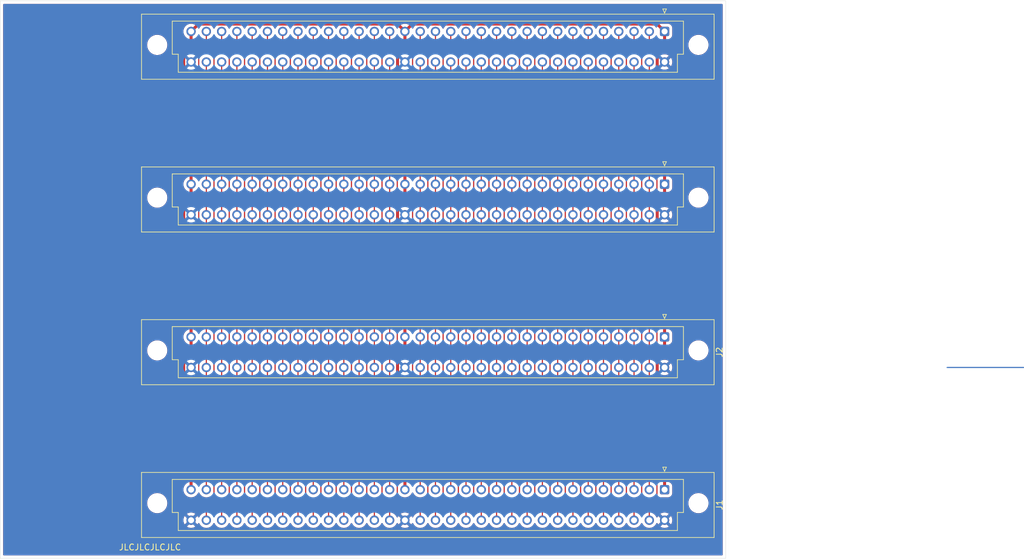
<source format=kicad_pcb>
(kicad_pcb (version 20221018) (generator pcbnew)
  (layers (0 "F.Cu" signal) (31 "B.Cu" signal) (34 "B.Paste" user) (35 "F.Paste" user) (36 "B.SilkS" user "B.Silkscreen") (37 "F.SilkS" user "F.Silkscreen") (38 "B.Mask" user) (39 "F.Mask" user) (44 "Edge.Cuts" user))
  (net 0 "")
  (net 1 "VCC")
  (net 2 "/A1")
  (net 3 "/A2")
  (net 4 "/A3")
  (net 5 "/A4")
  (net 6 "/A5")
  (net 7 "/A6")
  (net 8 "/A7")
  (net 9 "/A8")
  (net 10 "/A9")
  (net 11 "/A10")
  (net 12 "/A11")
  (net 13 "GND")
  (net 14 "/A12")
  (net 15 "/A13")
  (net 16 "/A14")
  (net 17 "/RES")
  (net 18 "/SYS_CLK")
  (net 19 "/~{RES}")
  (net 20 "/~{IO_SEL}")
  (net 21 "/~{SYS_CLK}")
  (net 22 "/~{IOEN_00_GPIO0}")
  (net 23 "/~{IOEN_03}")
  (net 24 "/~{IOEN_04}")
  (net 25 "/~{IOEN_05}")
  (net 26 "/~{IOEN_06}")
  (net 27 "/~{IOEN_07}")
  (net 28 "/A15")
  (net 29 "/D1")
  (net 30 "/D3")
  (net 31 "/D5")
  (net 32 "/D7")
  (net 33 "/D6")
  (net 34 "/D4")
  (net 35 "/D2")
  (net 36 "/D0")
  (net 37 "/A0")
  (net 38 "/~{IOEN_01}")
  (net 39 "/U0")
  (net 40 "/U1")
  (net 41 "/U2")
  (net 42 "/U10")
  (net 43 "/U11")
  (net 44 "/U12")
  (net 45 "/U13")
  (net 46 "/U14")
  (net 47 "/U15")
  (net 48 "/U16")
  (net 49 "/U17")
  (net 50 "/U19")
  (net 51 "/U20")
  (net 52 "/U21")
  (net 53 "/U22")
  (net 54 "/U23")
  (net 55 "/U24")
  (net 56 "/U25")
  (net 57 "/U26")
  (net 58 "/U27")
  (net 59 "/U28")
  (net 60 "/U29")
  (footprint "Connector_DIN:DIN41612_C_2x32_Female_Vertical_THT" (layer "F.Cu") (at 133.35 44.45 -90)
    (fp_text reference "J3" hide)
    (fp_text value "DIN41612_02x32_AC")
  )
  (footprint "Connector_DIN:DIN41612_C_2x32_Female_Vertical_THT" (layer "F.Cu") (at 133.35 69.85 -90)
    (fp_text reference "J2")
    (fp_text value "DIN41612_02x32_AC")
  )
  (footprint "Connector_DIN:DIN41612_C_2x32_Female_Vertical_THT" (layer "F.Cu") (at 133.35 19.05 -90)
    (fp_text reference "J4" hide)
    (fp_text value "DIN41612_02x32_AC")
  )
  (footprint "Connector_DIN:DIN41612_C_2x32_Female_Vertical_THT" (layer "F.Cu") (at 133.35 95.25 -90)
    (fp_text reference "J1")
    (fp_text value "DIN41612_02x32_AC")
  )
  (gr_rect (start 22.86 13.97) (end 143.51 106.68) (stroke (width 0.05)) (fill none) (layer "Edge.Cuts"))
  (gr_text "JLCJLCJLCJLC" (at 42.545 105.41) (layer "F.SilkS") (effects (font (size 1 1)) (justify left bottom)))
  (segment (start 54.61 91.44) (end 54.61 95.25) (width 0.5) (layer "F.Cu") (net 1))
  (segment (start 88.945 17.825) (end 90.17 19.05) (width 0.5) (layer "F.Cu") (net 1))
  (segment (start 54.61 69.85) (end 54.61 71.755) (width 0.5) (layer "F.Cu") (net 1))
  (segment (start 133.35 71.755) (end 132.125 72.98) (width 0.5) (layer "F.Cu") (net 1))
  (segment (start 54.61 20.955) (end 53.385 22.18) (width 0.5) (layer "F.Cu") (net 1))
  (segment (start 133.35 40.64) (end 133.35 44.45) (width 0.5) (layer "F.Cu") (net 1))
  (segment (start 54.61 71.755) (end 53.385 72.98) (width 0.5) (layer "F.Cu") (net 1))
  (segment (start 133.35 66.04) (end 133.35 69.85) (width 0.5) (layer "F.Cu") (net 1))
  (segment (start 133.35 46.355) (end 132.125 47.58) (width 0.5) (layer "F.Cu") (net 1))
  (segment (start 133.35 20.955) (end 132.125 22.18) (width 0.5) (layer "F.Cu") (net 1))
  (segment (start 88.945 72.98) (end 88.945 90.215) (width 0.5) (layer "F.Cu") (net 1))
  (segment (start 54.61 40.64) (end 54.61 44.45) (width 0.5) (layer "F.Cu") (net 1))
  (segment (start 133.35 44.45) (end 133.35 46.355) (width 0.5) (layer "F.Cu") (net 1))
  (segment (start 53.385 72.98) (end 53.385 90.215) (width 0.5) (layer "F.Cu") (net 1))
  (segment (start 54.61 44.45) (end 54.61 46.355) (width 0.5) (layer "F.Cu") (net 1))
  (segment (start 88.945 39.415) (end 90.17 40.64) (width 0.5) (layer "F.Cu") (net 1))
  (segment (start 91.395 17.825) (end 132.125 17.825) (width 0.5) (layer "F.Cu") (net 1))
  (segment (start 132.125 22.18) (end 132.125 39.415) (width 0.5) (layer "F.Cu") (net 1))
  (segment (start 88.945 90.215) (end 90.17 91.44) (width 0.5) (layer "F.Cu") (net 1))
  (segment (start 90.17 91.44) (end 90.17 95.25) (width 0.5) (layer "F.Cu") (net 1))
  (segment (start 54.61 66.04) (end 54.61 69.85) (width 0.5) (layer "F.Cu") (net 1))
  (segment (start 90.17 20.955) (end 88.945 22.18) (width 0.5) (layer "F.Cu") (net 1))
  (segment (start 88.945 22.18) (end 88.945 39.415) (width 0.5) (layer "F.Cu") (net 1))
  (segment (start 132.125 64.815) (end 133.35 66.04) (width 0.5) (layer "F.Cu") (net 1))
  (segment (start 53.385 47.58) (end 53.385 64.815) (width 0.5) (layer "F.Cu") (net 1))
  (segment (start 133.35 69.85) (end 133.35 71.755) (width 0.5) (layer "F.Cu") (net 1))
  (segment (start 53.385 64.815) (end 54.61 66.04) (width 0.5) (layer "F.Cu") (net 1))
  (segment (start 54.61 46.355) (end 53.385 47.58) (width 0.5) (layer "F.Cu") (net 1))
  (segment (start 90.17 71.755) (end 88.945 72.98) (width 0.5) (layer "F.Cu") (net 1))
  (segment (start 90.17 40.64) (end 90.17 44.45) (width 0.5) (layer "F.Cu") (net 1))
  (segment (start 132.125 72.98) (end 132.125 90.215) (width 0.5) (layer "F.Cu") (net 1))
  (segment (start 132.125 90.215) (end 133.35 91.44) (width 0.5) (layer "F.Cu") (net 1))
  (segment (start 53.385 90.215) (end 54.61 91.44) (width 0.5) (layer "F.Cu") (net 1))
  (segment (start 55.835 17.825) (end 88.945 17.825) (width 0.5) (layer "F.Cu") (net 1))
  (segment (start 90.17 19.05) (end 91.395 17.825) (width 0.5) (layer "F.Cu") (net 1))
  (segment (start 53.385 22.18) (end 53.385 39.415) (width 0.5) (layer "F.Cu") (net 1))
  (segment (start 132.125 47.58) (end 132.125 64.815) (width 0.5) (layer "F.Cu") (net 1))
  (segment (start 133.35 19.05) (end 133.35 20.955) (width 0.5) (layer "F.Cu") (net 1))
  (segment (start 133.35 91.44) (end 133.35 95.25) (width 0.5) (layer "F.Cu") (net 1))
  (segment (start 90.17 46.355) (end 88.945 47.58) (width 0.5) (layer "F.Cu") (net 1))
  (segment (start 90.17 44.45) (end 90.17 46.355) (width 0.5) (layer "F.Cu") (net 1))
  (segment (start 54.61 19.05) (end 54.61 20.955) (width 0.5) (layer "F.Cu") (net 1))
  (segment (start 90.17 66.04) (end 90.17 69.85) (width 0.5) (layer "F.Cu") (net 1))
  (segment (start 88.945 47.58) (end 88.945 64.815) (width 0.5) (layer "F.Cu") (net 1))
  (segment (start 53.385 39.415) (end 54.61 40.64) (width 0.5) (layer "F.Cu") (net 1))
  (segment (start 90.17 19.05) (end 90.17 20.955) (width 0.5) (layer "F.Cu") (net 1))
  (segment (start 90.17 69.85) (end 90.17 71.755) (width 0.5) (layer "F.Cu") (net 1))
  (segment (start 132.125 17.825) (end 133.35 19.05) (width 0.5) (layer "F.Cu") (net 1))
  (segment (start 54.61 19.05) (end 55.835 17.825) (width 0.5) (layer "F.Cu") (net 1))
  (segment (start 132.125 39.415) (end 133.35 40.64) (width 0.5) (layer "F.Cu") (net 1))
  (segment (start 88.945 64.815) (end 90.17 66.04) (width 0.5) (layer "F.Cu") (net 1))
  (segment (start 180.34 74.93) (end 193.04 74.93) (width 0.2) (layer "B.Cu") (net 1))
  (segment (start 95.25 20.955) (end 93.98 22.225) (width 0.2) (layer "F.Cu") (net 2))
  (segment (start 95.25 69.85) (end 95.25 71.755) (width 0.2) (layer "F.Cu") (net 2))
  (segment (start 95.25 46.355) (end 93.98 47.625) (width 0.2) (layer "F.Cu") (net 2))
  (segment (start 93.98 22.225) (end 93.98 41.5925) (width 0.2) (layer "F.Cu") (net 2))
  (segment (start 95.25 42.8625) (end 95.25 44.45) (width 0.2) (layer "F.Cu") (net 2))
  (segment (start 93.98 66.9925) (end 95.25 68.2625) (width 0.2) (layer "F.Cu") (net 2))
  (segment (start 95.25 44.45) (end 95.25 46.355) (width 0.2) (layer "F.Cu") (net 2))
  (segment (start 95.25 93.6625) (end 95.25 95.25) (width 0.2) (layer "F.Cu") (net 2))
  (segment (start 95.25 71.755) (end 93.98 73.025) (width 0.2) (layer "F.Cu") (net 2))
  (segment (start 93.98 73.025) (end 93.98 92.3925) (width 0.2) (layer "F.Cu") (net 2))
  (segment (start 95.25 19.05) (end 95.25 20.955) (width 0.2) (layer "F.Cu") (net 2))
  (segment (start 93.98 92.3925) (end 95.25 93.6625) (width 0.2) (layer "F.Cu") (net 2))
  (segment (start 93.98 41.5925) (end 95.25 42.8625) (width 0.2) (layer "F.Cu") (net 2))
  (segment (start 93.98 47.625) (end 93.98 66.9925) (width 0.2) (layer "F.Cu") (net 2))
  (segment (start 95.25 68.2625) (end 95.25 69.85) (width 0.2) (layer "F.Cu") (net 2))
  (segment (start 96.52 47.625) (end 96.52 66.9925) (width 0.2) (layer "F.Cu") (net 3))
  (segment (start 96.52 92.3925) (end 97.79 93.6625) (width 0.2) (layer "F.Cu") (net 3))
  (segment (start 97.79 93.6625) (end 97.79 95.25) (width 0.2) (layer "F.Cu") (net 3))
  (segment (start 97.79 19.05) (end 97.79 20.955) (width 0.2) (layer "F.Cu") (net 3))
  (segment (start 97.79 68.2625) (end 97.79 69.85) (width 0.2) (layer "F.Cu") (net 3))
  (segment (start 96.52 22.225) (end 96.52 41.5925) (width 0.2) (layer "F.Cu") (net 3))
  (segment (start 97.79 20.955) (end 96.52 22.225) (width 0.2) (layer "F.Cu") (net 3))
  (segment (start 96.52 73.025) (end 96.52 92.3925) (width 0.2) (layer "F.Cu") (net 3))
  (segment (start 96.52 41.5925) (end 97.79 42.8625) (width 0.2) (layer "F.Cu") (net 3))
  (segment (start 97.79 71.755) (end 96.52 73.025) (width 0.2) (layer "F.Cu") (net 3))
  (segment (start 97.79 69.85) (end 97.79 71.755) (width 0.2) (layer "F.Cu") (net 3))
  (segment (start 97.79 44.45) (end 97.79 46.355) (width 0.2) (layer "F.Cu") (net 3))
  (segment (start 96.52 66.9925) (end 97.79 68.2625) (width 0.2) (layer "F.Cu") (net 3))
  (segment (start 97.79 46.355) (end 96.52 47.625) (width 0.2) (layer "F.Cu") (net 3))
  (segment (start 97.79 42.8625) (end 97.79 44.45) (width 0.2) (layer "F.Cu") (net 3))
  (segment (start 99.06 22.225) (end 99.06 41.5925) (width 0.2) (layer "F.Cu") (net 4))
  (segment (start 99.06 41.5925) (end 100.33 42.8625) (width 0.2) (layer "F.Cu") (net 4))
  (segment (start 100.33 42.8625) (end 100.33 44.45) (width 0.2) (layer "F.Cu") (net 4))
  (segment (start 100.33 68.2625) (end 100.33 69.85) (width 0.2) (layer "F.Cu") (net 4))
  (segment (start 100.33 69.85) (end 100.33 71.755) (width 0.2) (layer "F.Cu") (net 4))
  (segment (start 100.33 93.6625) (end 100.33 95.25) (width 0.2) (layer "F.Cu") (net 4))
  (segment (start 100.33 20.955) (end 99.06 22.225) (width 0.2) (layer "F.Cu") (net 4))
  (segment (start 100.33 71.755) (end 99.06 73.025) (width 0.2) (layer "F.Cu") (net 4))
  (segment (start 99.06 47.625) (end 99.06 66.9925) (width 0.2) (layer "F.Cu") (net 4))
  (segment (start 99.06 66.9925) (end 100.33 68.2625) (width 0.2) (layer "F.Cu") (net 4))
  (segment (start 99.06 92.3925) (end 100.33 93.6625) (width 0.2) (layer "F.Cu") (net 4))
  (segment (start 100.33 44.45) (end 100.33 46.355) (width 0.2) (layer "F.Cu") (net 4))
  (segment (start 100.33 19.05) (end 100.33 20.955) (width 0.2) (layer "F.Cu") (net 4))
  (segment (start 99.06 73.025) (end 99.06 92.3925) (width 0.2) (layer "F.Cu") (net 4))
  (segment (start 100.33 46.355) (end 99.06 47.625) (width 0.2) (layer "F.Cu") (net 4))
  (segment (start 101.6 22.225) (end 101.6 41.5925) (width 0.2) (layer "F.Cu") (net 5))
  (segment (start 102.87 93.6625) (end 102.87 95.25) (width 0.2) (layer "F.Cu") (net 5))
  (segment (start 102.87 68.2625) (end 102.87 69.85) (width 0.2) (layer "F.Cu") (net 5))
  (segment (start 101.6 73.025) (end 101.6 92.3925) (width 0.2) (layer "F.Cu") (net 5))
  (segment (start 102.87 69.85) (end 102.87 71.755) (width 0.2) (layer "F.Cu") (net 5))
  (segment (start 102.87 20.955) (end 101.6 22.225) (width 0.2) (layer "F.Cu") (net 5))
  (segment (start 101.6 47.625) (end 101.6 66.9925) (width 0.2) (layer "F.Cu") (net 5))
  (segment (start 101.6 41.5925) (end 102.87 42.8625) (width 0.2) (layer "F.Cu") (net 5))
  (segment (start 101.6 66.9925) (end 102.87 68.2625) (width 0.2) (layer "F.Cu") (net 5))
  (segment (start 101.6 92.3925) (end 102.87 93.6625) (width 0.2) (layer "F.Cu") (net 5))
  (segment (start 102.87 42.8625) (end 102.87 44.45) (width 0.2) (layer "F.Cu") (net 5))
  (segment (start 102.87 71.755) (end 101.6 73.025) (width 0.2) (layer "F.Cu") (net 5))
  (segment (start 102.87 46.355) (end 101.6 47.625) (width 0.2) (layer "F.Cu") (net 5))
  (segment (start 102.87 44.45) (end 102.87 46.355) (width 0.2) (layer "F.Cu") (net 5))
  (segment (start 102.87 19.05) (end 102.87 20.955) (width 0.2) (layer "F.Cu") (net 5))
  (segment (start 104.14 66.9925) (end 105.41 68.2625) (width 0.2) (layer "F.Cu") (net 6))
  (segment (start 105.41 44.45) (end 105.41 46.355) (width 0.2) (layer "F.Cu") (net 6))
  (segment (start 104.14 47.625) (end 104.14 66.9925) (width 0.2) (layer "F.Cu") (net 6))
  (segment (start 105.41 68.2625) (end 105.41 69.85) (width 0.2) (layer "F.Cu") (net 6))
  (segment (start 104.14 41.5925) (end 105.41 42.8625) (width 0.2) (layer "F.Cu") (net 6))
  (segment (start 105.41 69.85) (end 105.41 71.755) (width 0.2) (layer "F.Cu") (net 6))
  (segment (start 105.41 19.05) (end 105.41 20.955) (width 0.2) (layer "F.Cu") (net 6))
  (segment (start 105.41 71.755) (end 104.14 73.025) (width 0.2) (layer "F.Cu") (net 6))
  (segment (start 105.41 42.8625) (end 105.41 44.45) (width 0.2) (layer "F.Cu") (net 6))
  (segment (start 105.41 46.355) (end 104.14 47.625) (width 0.2) (layer "F.Cu") (net 6))
  (segment (start 105.41 93.6625) (end 105.41 95.25) (width 0.2) (layer "F.Cu") (net 6))
  (segment (start 104.14 73.025) (end 104.14 92.3925) (width 0.2) (layer "F.Cu") (net 6))
  (segment (start 105.41 20.955) (end 104.14 22.225) (width 0.2) (layer "F.Cu") (net 6))
  (segment (start 104.14 22.225) (end 104.14 41.5925) (width 0.2) (layer "F.Cu") (net 6))
  (segment (start 104.14 92.3925) (end 105.41 93.6625) (width 0.2) (layer "F.Cu") (net 6))
  (segment (start 106.68 92.3925) (end 107.95 93.6625) (width 0.2) (layer "F.Cu") (net 7))
  (segment (start 107.95 20.955) (end 106.68 22.225) (width 0.2) (layer "F.Cu") (net 7))
  (segment (start 106.68 66.9925) (end 107.95 68.2625) (width 0.2) (layer "F.Cu") (net 7))
  (segment (start 106.68 41.5925) (end 107.95 42.8625) (width 0.2) (layer "F.Cu") (net 7))
  (segment (start 107.95 19.05) (end 107.95 20.955) (width 0.2) (layer "F.Cu") (net 7))
  (segment (start 106.68 22.225) (end 106.68 41.5925) (width 0.2) (layer "F.Cu") (net 7))
  (segment (start 107.95 69.85) (end 107.95 71.755) (width 0.2) (layer "F.Cu") (net 7))
  (segment (start 107.95 44.45) (end 107.95 46.355) (width 0.2) (layer "F.Cu") (net 7))
  (segment (start 107.95 46.355) (end 106.68 47.625) (width 0.2) (layer "F.Cu") (net 7))
  (segment (start 107.95 93.6625) (end 107.95 95.25) (width 0.2) (layer "F.Cu") (net 7))
  (segment (start 106.68 47.625) (end 106.68 66.9925) (width 0.2) (layer "F.Cu") (net 7))
  (segment (start 106.68 73.025) (end 106.68 92.3925) (width 0.2) (layer "F.Cu") (net 7))
  (segment (start 107.95 42.8625) (end 107.95 44.45) (width 0.2) (layer "F.Cu") (net 7))
  (segment (start 107.95 68.2625) (end 107.95 69.85) (width 0.2) (layer "F.Cu") (net 7))
  (segment (start 107.95 71.755) (end 106.68 73.025) (width 0.2) (layer "F.Cu") (net 7))
  (segment (start 110.49 71.755) (end 109.22 73.025) (width 0.2) (layer "F.Cu") (net 8))
  (segment (start 110.49 20.955) (end 109.22 22.225) (width 0.2) (layer "F.Cu") (net 8))
  (segment (start 109.22 41.5925) (end 110.49 42.8625) (width 0.2) (layer "F.Cu") (net 8))
  (segment (start 110.49 42.8625) (end 110.49 44.45) (width 0.2) (layer "F.Cu") (net 8))
  (segment (start 110.49 46.355) (end 109.22 47.625) (width 0.2) (layer "F.Cu") (net 8))
  (segment (start 109.22 47.625) (end 109.22 66.9925) (width 0.2) (layer "F.Cu") (net 8))
  (segment (start 109.22 73.025) (end 109.22 92.3925) (width 0.2) (layer "F.Cu") (net 8))
  (segment (start 110.49 93.6625) (end 110.49 95.25) (width 0.2) (layer "F.Cu") (net 8))
  (segment (start 110.49 68.2625) (end 110.49 69.85) (width 0.2) (layer "F.Cu") (net 8))
  (segment (start 109.22 92.3925) (end 110.49 93.6625) (width 0.2) (layer "F.Cu") (net 8))
  (segment (start 110.49 44.45) (end 110.49 46.355) (width 0.2) (layer "F.Cu") (net 8))
  (segment (start 109.22 22.225) (end 109.22 41.5925) (width 0.2) (layer "F.Cu") (net 8))
  (segment (start 110.49 69.85) (end 110.49 71.755) (width 0.2) (layer "F.Cu") (net 8))
  (segment (start 110.49 19.05) (end 110.49 20.955) (width 0.2) (layer "F.Cu") (net 8))
  (segment (start 109.22 66.9925) (end 110.49 68.2625) (width 0.2) (layer "F.Cu") (net 8))
  (segment (start 113.03 46.355) (end 111.76 47.625) (width 0.2) (layer "F.Cu") (net 9))
  (segment (start 113.03 71.755) (end 111.76 73.025) (width 0.2) (layer "F.Cu") (net 9))
  (segment (start 113.03 19.05) (end 113.03 20.955) (width 0.2) (layer "F.Cu") (net 9))
  (segment (start 111.76 22.225) (end 111.76 41.5925) (width 0.2) (layer "F.Cu") (net 9))
  (segment (start 113.03 69.85) (end 113.03 71.755) (width 0.2) (layer "F.Cu") (net 9))
  (segment (start 111.76 92.3925) (end 113.03 93.6625) (width 0.2) (layer "F.Cu") (net 9))
  (segment (start 111.76 41.5925) (end 113.03 42.8625) (width 0.2) (layer "F.Cu") (net 9))
  (segment (start 111.76 73.025) (end 111.76 92.3925) (width 0.2) (layer "F.Cu") (net 9))
  (segment (start 113.03 68.2625) (end 113.03 69.85) (width 0.2) (layer "F.Cu") (net 9))
  (segment (start 113.03 20.955) (end 111.76 22.225) (width 0.2) (layer "F.Cu") (net 9))
  (segment (start 113.03 93.6625) (end 113.03 95.25) (width 0.2) (layer "F.Cu") (net 9))
  (segment (start 113.03 42.8625) (end 113.03 44.45) (width 0.2) (layer "F.Cu") (net 9))
  (segment (start 111.76 66.9925) (end 113.03 68.2625) (width 0.2) (layer "F.Cu") (net 9))
  (segment (start 113.03 44.45) (end 113.03 46.355) (width 0.2) (layer "F.Cu") (net 9))
  (segment (start 111.76 47.625) (end 111.76 66.9925) (width 0.2) (layer "F.Cu") (net 9))
  (segment (start 115.57 19.05) (end 115.57 20.955) (width 0.2) (layer "F.Cu") (net 10))
  (segment (start 115.57 46.355) (end 114.3 47.625) (width 0.2) (layer "F.Cu") (net 10))
  (segment (start 114.3 92.3925) (end 115.57 93.6625) (width 0.2) (layer "F.Cu") (net 10))
  (segment (start 115.57 42.8625) (end 115.57 44.45) (width 0.2) (layer "F.Cu") (net 10))
  (segment (start 115.57 20.955) (end 114.3 22.225) (width 0.2) (layer "F.Cu") (net 10))
  (segment (start 114.3 73.025) (end 114.3 92.3925) (width 0.2) (layer "F.Cu") (net 10))
  (segment (start 115.57 68.2625) (end 115.57 69.85) (width 0.2) (layer "F.Cu") (net 10))
  (segment (start 114.3 47.625) (end 114.3 66.9925) (width 0.2) (layer "F.Cu") (net 10))
  (segment (start 115.57 69.85) (end 115.57 71.755) (width 0.2) (layer "F.Cu") (net 10))
  (segment (start 114.3 41.5925) (end 115.57 42.8625) (width 0.2) (layer "F.Cu") (net 10))
  (segment (start 114.3 22.225) (end 114.3 41.5925) (width 0.2) (layer "F.Cu") (net 10))
  (segment (start 115.57 71.755) (end 114.3 73.025) (width 0.2) (layer "F.Cu") (net 10))
  (segment (start 115.57 93.6625) (end 115.57 95.25) (width 0.2) (layer "F.Cu") (net 10))
  (segment (start 115.57 44.45) (end 115.57 46.355) (width 0.2) (layer "F.Cu") (net 10))
  (segment (start 114.3 66.9925) (end 115.57 68.2625) (width 0.2) (layer "F.Cu") (net 10))
  (segment (start 118.11 42.8625) (end 118.11 44.45) (width 0.2) (layer "F.Cu") (net 11))
  (segment (start 116.84 41.5925) (end 118.11 42.8625) (width 0.2) (layer "F.Cu") (net 11))
  (segment (start 116.84 73.025) (end 116.84 92.3925) (width 0.2) (layer "F.Cu") (net 11))
  (segment (start 116.84 47.625) (end 116.84 66.9925) (width 0.2) (layer "F.Cu") (net 11))
  (segment (start 118.11 93.6625) (end 118.11 95.25) (width 0.2) (layer "F.Cu") (net 11))
  (segment (start 116.84 22.225) (end 116.84 41.5925) (width 0.2) (layer "F.Cu") (net 11))
  (segment (start 118.11 19.05) (end 118.11 20.955) (width 0.2) (layer "F.Cu") (net 11))
  (segment (start 118.11 44.45) (end 118.11 46.355) (width 0.2) (layer "F.Cu") (net 11))
  (segment (start 118.11 68.2625) (end 118.11 69.85) (width 0.2) (layer "F.Cu") (net 11))
  (segment (start 116.84 66.9925) (end 118.11 68.2625) (width 0.2) (layer "F.Cu") (net 11))
  (segment (start 118.11 69.85) (end 118.11 71.755) (width 0.2) (layer "F.Cu") (net 11))
  (segment (start 118.11 71.755) (end 116.84 73.025) (width 0.2) (layer "F.Cu") (net 11))
  (segment (start 116.84 92.3925) (end 118.11 93.6625) (width 0.2) (layer "F.Cu") (net 11))
  (segment (start 118.11 46.355) (end 116.84 47.625) (width 0.2) (layer "F.Cu") (net 11))
  (segment (start 118.11 20.955) (end 116.84 22.225) (width 0.2) (layer "F.Cu") (net 11))
  (segment (start 120.65 93.6625) (end 120.65 95.25) (width 0.2) (layer "F.Cu") (net 12))
  (segment (start 120.65 68.2625) (end 120.65 69.85) (width 0.2) (layer "F.Cu") (net 12))
  (segment (start 120.65 46.355) (end 119.38 47.625) (width 0.2) (layer "F.Cu") (net 12))
  (segment (start 119.38 92.3925) (end 120.65 93.6625) (width 0.2) (layer "F.Cu") (net 12))
  (segment (start 119.38 41.5925) (end 120.65 42.8625) (width 0.2) (layer "F.Cu") (net 12))
  (segment (start 120.65 19.05) (end 120.65 20.955) (width 0.2) (layer "F.Cu") (net 12))
  (segment (start 119.38 47.625) (end 119.38 66.9925) (width 0.2) (layer "F.Cu") (net 12))
  (segment (start 120.65 20.955) (end 119.38 22.225) (width 0.2) (layer "F.Cu") (net 12))
  (segment (start 119.38 66.9925) (end 120.65 68.2625) (width 0.2) (layer "F.Cu") (net 12))
  (segment (start 120.65 71.755) (end 119.38 73.025) (width 0.2) (layer "F.Cu") (net 12))
  (segment (start 119.38 22.225) (end 119.38 41.5925) (width 0.2) (layer "F.Cu") (net 12))
  (segment (start 120.65 42.8625) (end 120.65 44.45) (width 0.2) (layer "F.Cu") (net 12))
  (segment (start 119.38 73.025) (end 119.38 92.3925) (width 0.2) (layer "F.Cu") (net 12))
  (segment (start 120.65 44.45) (end 120.65 46.355) (width 0.2) (layer "F.Cu") (net 12))
  (segment (start 120.65 69.85) (end 120.65 71.755) (width 0.2) (layer "F.Cu") (net 12))
  (segment (start 121.92 41.5925) (end 123.19 42.8625) (width 0.2) (layer "F.Cu") (net 14))
  (segment (start 121.92 66.9925) (end 123.19 68.2625) (width 0.2) (layer "F.Cu") (net 14))
  (segment (start 121.92 47.625) (end 121.92 66.9925) (width 0.2) (layer "F.Cu") (net 14))
  (segment (start 123.19 46.355) (end 121.92 47.625) (width 0.2) (layer "F.Cu") (net 14))
  (segment (start 123.19 44.45) (end 123.19 46.355) (width 0.2) (layer "F.Cu") (net 14))
  (segment (start 123.19 69.85) (end 123.19 71.755) (width 0.2) (layer "F.Cu") (net 14))
  (segment (start 121.92 22.225) (end 121.92 41.5925) (width 0.2) (layer "F.Cu") (net 14))
  (segment (start 123.19 71.755) (end 121.92 73.025) (width 0.2) (layer "F.Cu") (net 14))
  (segment (start 123.19 19.05) (end 123.19 20.955) (width 0.2) (layer "F.Cu") (net 14))
  (segment (start 121.92 73.025) (end 121.92 92.3925) (width 0.2) (layer "F.Cu") (net 14))
  (segment (start 123.19 93.6625) (end 123.19 95.25) (width 0.2) (layer "F.Cu") (net 14))
  (segment (start 123.19 20.955) (end 121.92 22.225) (width 0.2) (layer "F.Cu") (net 14))
  (segment (start 121.92 92.3925) (end 123.19 93.6625) (width 0.2) (layer "F.Cu") (net 14))
  (segment (start 123.19 68.2625) (end 123.19 69.85) (width 0.2) (layer "F.Cu") (net 14))
  (segment (start 123.19 42.8625) (end 123.19 44.45) (width 0.2) (layer "F.Cu") (net 14))
  (segment (start 125.73 44.45) (end 125.73 46.355) (width 0.2) (layer "F.Cu") (net 15))
  (segment (start 125.73 68.2625) (end 125.73 69.85) (width 0.2) (layer "F.Cu") (net 15))
  (segment (start 125.73 71.755) (end 124.46 73.025) (width 0.2) (layer "F.Cu") (net 15))
  (segment (start 125.73 93.6625) (end 125.73 95.25) (width 0.2) (layer "F.Cu") (net 15))
  (segment (start 124.46 22.225) (end 124.46 41.5925) (width 0.2) (layer "F.Cu") (net 15))
  (segment (start 125.73 19.05) (end 125.73 20.955) (width 0.2) (layer "F.Cu") (net 15))
  (segment (start 125.73 46.355) (end 124.46 47.625) (width 0.2) (layer "F.Cu") (net 15))
  (segment (start 124.46 66.9925) (end 125.73 68.2625) (width 0.2) (layer "F.Cu") (net 15))
  (segment (start 125.73 42.8625) (end 125.73 44.45) (width 0.2) (layer "F.Cu") (net 15))
  (segment (start 124.46 92.3925) (end 125.73 93.6625) (width 0.2) (layer "F.Cu") (net 15))
  (segment (start 124.46 41.5925) (end 125.73 42.8625) (width 0.2) (layer "F.Cu") (net 15))
  (segment (start 124.46 47.625) (end 124.46 66.9925) (width 0.2) (layer "F.Cu") (net 15))
  (segment (start 125.73 69.85) (end 125.73 71.755) (width 0.2) (layer "F.Cu") (net 15))
  (segment (start 125.73 20.955) (end 124.46 22.225) (width 0.2) (layer "F.Cu") (net 15))
  (segment (start 124.46 73.025) (end 124.46 92.3925) (width 0.2) (layer "F.Cu") (net 15))
  (segment (start 127 41.5925) (end 128.27 42.8625) (width 0.2) (layer "F.Cu") (net 16))
  (segment (start 128.27 42.8625) (end 128.27 44.45) (width 0.2) (layer "F.Cu") (net 16))
  (segment (start 127 22.225) (end 127 41.5925) (width 0.2) (layer "F.Cu") (net 16))
  (segment (start 128.27 69.85) (end 128.27 71.755) (width 0.2) (layer "F.Cu") (net 16))
  (segment (start 128.27 71.755) (end 127 73.025) (width 0.2) (layer "F.Cu") (net 16))
  (segment (start 128.27 44.45) (end 128.27 46.355) (width 0.2) (layer "F.Cu") (net 16))
  (segment (start 128.27 20.955) (end 127 22.225) (width 0.2) (layer "F.Cu") (net 16))
  (segment (start 128.27 19.05) (end 128.27 20.955) (width 0.2) (layer "F.Cu") (net 16))
  (segment (start 128.27 93.6625) (end 128.27 95.25) (width 0.2) (layer "F.Cu") (net 16))
  (segment (start 127 47.625) (end 127 66.9925) (width 0.2) (layer "F.Cu") (net 16))
  (segment (start 128.27 46.355) (end 127 47.625) (width 0.2) (layer "F.Cu") (net 16))
  (segment (start 127 73.025) (end 127 92.3925) (width 0.2) (layer "F.Cu") (net 16))
  (segment (start 127 66.9925) (end 128.27 68.2625) (width 0.2) (layer "F.Cu") (net 16))
  (segment (start 128.27 68.2625) (end 128.27 69.85) (width 0.2) (layer "F.Cu") (net 16))
  (segment (start 127 92.3925) (end 128.27 93.6625) (width 0.2) (layer "F.Cu") (net 16))
  (segment (start 60.96 67.945) (end 60.96 71.755) (width 0.2) (layer "F.Cu") (net 17))
  (segment (start 60.96 46.355) (end 59.69 47.625) (width 0.2) (layer "F.Cu") (net 17))
  (segment (start 60.96 42.545) (end 60.96 46.355) (width 0.2) (layer "F.Cu") (net 17))
  (segment (start 59.69 24.13) (end 59.69 41.275) (width 0.2) (layer "F.Cu") (net 17))
  (segment (start 59.69 49.53) (end 59.69 66.675) (width 0.2) (layer "F.Cu") (net 17))
  (segment (start 59.69 66.675) (end 60.96 67.945) (width 0.2) (layer "F.Cu") (net 17))
  (segment (start 59.69 41.275) (end 60.96 42.545) (width 0.2) (layer "F.Cu") (net 17))
  (segment (start 59.69 47.625) (end 59.69 49.53) (width 0.2) (layer "F.Cu") (net 17))
  (segment (start 59.69 98.425) (end 59.69 100.33) (width 0.2) (layer "F.Cu") (net 17))
  (segment (start 60.96 93.345) (end 60.96 97.155) (width 0.2) (layer "F.Cu") (net 17))
  (segment (start 59.69 74.93) (end 59.69 92.075) (width 0.2) (layer "F.Cu") (net 17))
  (segment (start 60.96 97.155) (end 59.69 98.425) (width 0.2) (layer "F.Cu") (net 17))
  (segment (start 60.96 71.755) (end 59.69 73.025) (width 0.2) (layer "F.Cu") (net 17))
  (segment (start 59.69 73.025) (end 59.69 74.93) (width 0.2) (layer "F.Cu") (net 17))
  (segment (start 59.69 92.075) (end 60.96 93.345) (width 0.2) (layer "F.Cu") (net 17))
  (segment (start 80.01 46.355) (end 78.74 47.625) (width 0.2) (layer "F.Cu") (net 18))
  (segment (start 78.74 47.625) (end 78.74 66.9925) (width 0.2) (layer "F.Cu") (net 18))
  (segment (start 80.01 69.85) (end 80.01 71.755) (width 0.2) (layer "F.Cu") (net 18))
  (segment (start 80.01 68.2625) (end 80.01 69.85) (width 0.2) (layer "F.Cu") (net 18))
  (segment (start 80.01 42.8625) (end 80.01 44.45) (width 0.2) (layer "F.Cu") (net 18))
  (segment (start 80.01 93.6625) (end 80.01 95.25) (width 0.2) (layer "F.Cu") (net 18))
  (segment (start 78.74 41.5925) (end 80.01 42.8625) (width 0.2) (layer "F.Cu") (net 18))
  (segment (start 78.74 22.225) (end 78.74 41.5925) (width 0.2) (layer "F.Cu") (net 18))
  (segment (start 80.01 19.05) (end 80.01 20.955) (width 0.2) (layer "F.Cu") (net 18))
  (segment (start 80.01 71.755) (end 78.74 73.025) (width 0.2) (layer "F.Cu") (net 18))
  (segment (start 78.74 73.025) (end 78.74 92.3925) (width 0.2) (layer "F.Cu") (net 18))
  (segment (start 78.74 92.3925) (end 80.01 93.6625) (width 0.2) (layer "F.Cu") (net 18))
  (segment (start 78.74 66.9925) (end 80.01 68.2625) (width 0.2) (layer "F.Cu") (net 18))
  (segment (start 80.01 44.45) (end 80.01 46.355) (width 0.2) (layer "F.Cu") (net 18))
  (segment (start 80.01 20.955) (end 78.74 22.225) (width 0.2) (layer "F.Cu") (net 18))
  (segment (start 57.15 98.425) (end 57.15 100.33) (width 0.2) (layer "F.Cu") (net 19))
  (segment (start 58.42 42.545) (end 58.42 46.355) (width 0.2) (layer "F.Cu") (net 19))
  (segment (start 58.42 67.945) (end 58.42 71.755) (width 0.2) (layer "F.Cu") (net 19))
  (segment (start 57.15 66.675) (end 58.42 67.945) (width 0.2) (layer "F.Cu") (net 19))
  (segment (start 57.15 47.625) (end 57.15 49.53) (width 0.2) (layer "F.Cu") (net 19))
  (segment (start 58.42 71.755) (end 57.15 73.025) (width 0.2) (layer "F.Cu") (net 19))
  (segment (start 57.15 41.275) (end 58.42 42.545) (width 0.2) (layer "F.Cu") (net 19))
  (segment (start 57.15 49.53) (end 57.15 66.675) (width 0.2) (layer "F.Cu") (net 19))
  (segment (start 57.15 24.13) (end 57.15 41.275) (width 0.2) (layer "F.Cu") (net 19))
  (segment (start 58.42 93.345) (end 58.42 97.155) (width 0.2) (layer "F.Cu") (net 19))
  (segment (start 58.42 97.155) (end 57.15 98.425) (width 0.2) (layer "F.Cu") (net 19))
  (segment (start 57.15 92.075) (end 58.42 93.345) (width 0.2) (layer "F.Cu") (net 19))
  (segment (start 57.15 74.93) (end 57.15 92.075) (width 0.2) (layer "F.Cu") (net 19))
  (segment (start 58.42 46.355) (end 57.15 47.625) (width 0.2) (layer "F.Cu") (net 19))
  (segment (start 57.15 73.025) (end 57.15 74.93) (width 0.2) (layer "F.Cu") (net 19))
  (segment (start 76.2 41.5925) (end 77.47 42.8625) (width 0.2) (layer "F.Cu") (net 20))
  (segment (start 76.2 22.225) (end 76.2 41.5925) (width 0.2) (layer "F.Cu") (net 20))
  (segment (start 77.47 20.955) (end 76.2 22.225) (width 0.2) (layer "F.Cu") (net 20))
  (segment (start 77.47 93.6625) (end 77.47 95.25) (width 0.2) (layer "F.Cu") (net 20))
  (segment (start 77.47 71.755) (end 76.2 73.025) (width 0.2) (layer "F.Cu") (net 20))
  (segment (start 77.47 44.45) (end 77.47 46.355) (width 0.2) (layer "F.Cu") (net 20))
  (segment (start 77.47 19.05) (end 77.47 20.955) (width 0.2) (layer "F.Cu") (net 20))
  (segment (start 76.2 73.025) (end 76.2 92.3925) (width 0.2) (layer "F.Cu") (net 20))
  (segment (start 76.2 47.625) (end 76.2 66.9925) (width 0.2) (layer "F.Cu") (net 20))
  (segment (start 77.47 68.2625) (end 77.47 69.85) (width 0.2) (layer "F.Cu") (net 20))
  (segment (start 76.2 66.9925) (end 77.47 68.2625) (width 0.2) (layer "F.Cu") (net 20))
  (segment (start 77.47 46.355) (end 76.2 47.625) (width 0.2) (layer "F.Cu") (net 20))
  (segment (start 77.47 42.8625) (end 77.47 44.45) (width 0.2) (layer "F.Cu") (net 20))
  (segment (start 77.47 69.85) (end 77.47 71.755) (width 0.2) (layer "F.Cu") (net 20))
  (segment (start 76.2 92.3925) (end 77.47 93.6625) (width 0.2) (layer "F.Cu") (net 20))
  (segment (start 82.55 69.85) (end 82.55 71.755) (width 0.2) (layer "F.Cu") (net 21))
  (segment (start 82.55 93.6625) (end 82.55 95.25) (width 0.2) (layer "F.Cu") (net 21))
  (segment (start 81.28 66.9925) (end 82.55 68.2625) (width 0.2) (layer "F.Cu") (net 21))
  (segment (start 82.55 20.955) (end 81.28 22.225) (width 0.2) (layer "F.Cu") (net 21))
  (segment (start 81.28 41.5925) (end 82.55 42.8625) (width 0.2) (layer "F.Cu") (net 21))
  (segment (start 82.55 42.8625) (end 82.55 44.45) (width 0.2) (layer "F.Cu") (net 21))
  (segment (start 82.55 44.45) (end 82.55 46.355) (width 0.2) (layer "F.Cu") (net 21))
  (segment (start 81.28 92.3925) (end 82.55 93.6625) (width 0.2) (layer "F.Cu") (net 21))
  (segment (start 82.55 68.2625) (end 82.55 69.85) (width 0.2) (layer "F.Cu") (net 21))
  (segment (start 82.55 19.05) (end 82.55 20.955) (width 0.2) (layer "F.Cu") (net 21))
  (segment (start 81.28 73.025) (end 81.28 92.3925) (width 0.2) (layer "F.Cu") (net 21))
  (segment (start 82.55 71.755) (end 81.28 73.025) (width 0.2) (layer "F.Cu") (net 21))
  (segment (start 81.28 47.625) (end 81.28 66.9925) (width 0.2) (layer "F.Cu") (net 21))
  (segment (start 82.55 46.355) (end 81.28 47.625) (width 0.2) (layer "F.Cu") (net 21))
  (segment (start 81.28 22.225) (end 81.28 41.5925) (width 0.2) (layer "F.Cu") (net 21))
  (segment (start 74.93 20.955) (end 73.66 22.225) (width 0.2) (layer "F.Cu") (net 22))
  (segment (start 73.66 66.9925) (end 74.93 68.2625) (width 0.2) (layer "F.Cu") (net 22))
  (segment (start 74.93 93.6625) (end 74.93 95.25) (width 0.2) (layer "F.Cu") (net 22))
  (segment (start 74.93 44.45) (end 74.93 46.355) (width 0.2) (layer "F.Cu") (net 22))
  (segment (start 73.66 41.5925) (end 74.93 42.8625) (width 0.2) (layer "F.Cu") (net 22))
  (segment (start 73.66 22.225) (end 73.66 41.5925) (width 0.2) (layer "F.Cu") (net 22))
  (segment (start 73.66 92.3925) (end 74.93 93.6625) (width 0.2) (layer "F.Cu") (net 22))
  (segment (start 74.93 19.05) (end 74.93 20.955) (width 0.2) (layer "F.Cu") (net 22))
  (segment (start 74.93 69.85) (end 74.93 71.755) (width 0.2) (layer "F.Cu") (net 22))
  (segment (start 74.93 71.755) (end 73.66 73.025) (width 0.2) (layer "F.Cu") (net 22))
  (segment (start 73.66 73.025) (end 73.66 92.3925) (width 0.2) (layer "F.Cu") (net 22))
  (segment (start 73.66 47.625) (end 73.66 66.9925) (width 0.2) (layer "F.Cu") (net 22))
  (segment (start 74.93 68.2625) (end 74.93 69.85) (width 0.2) (layer "F.Cu") (net 22))
  (segment (start 74.93 46.355) (end 73.66 47.625) (width 0.2) (layer "F.Cu") (net 22))
  (segment (start 74.93 42.8625) (end 74.93 44.45) (width 0.2) (layer "F.Cu") (net 22))
  (segment (start 66.04 92.3925) (end 67.31 93.6625) (width 0.2) (layer "F.Cu") (net 23))
  (segment (start 67.31 93.6625) (end 67.31 95.25) (width 0.2) (layer "F.Cu") (net 23))
  (segment (start 67.31 20.955) (end 66.04 22.225) (width 0.2) (layer "F.Cu") (net 23))
  (segment (start 66.04 41.5925) (end 67.31 42.8625) (width 0.2) (layer "F.Cu") (net 23))
  (segment (start 67.31 69.85) (end 67.31 71.755) (width 0.2) (layer "F.Cu") (net 23))
  (segment (start 66.04 47.625) (end 66.04 66.9925) (width 0.2) (layer "F.Cu") (net 23))
  (segment (start 67.31 46.355) (end 66.04 47.625) (width 0.2) (layer "F.Cu") (net 23))
  (segment (start 67.31 44.45) (end 67.31 46.355) (width 0.2) (layer "F.Cu") (net 23))
  (segment (start 66.04 66.9925) (end 67.31 68.2625) (width 0.2) (layer "F.Cu") (net 23))
  (segment (start 66.04 22.225) (end 66.04 41.5925) (width 0.2) (layer "F.Cu") (net 23))
  (segment (start 67.31 71.755) (end 66.04 73.025) (width 0.2) (layer "F.Cu") (net 23))
  (segment (start 66.04 73.025) (end 66.04 92.3925) (width 0.2) (layer "F.Cu") (net 23))
  (segment (start 67.31 68.2625) (end 67.31 69.85) (width 0.2) (layer "F.Cu") (net 23))
  (segment (start 67.31 42.8625) (end 67.31 44.45) (width 0.2) (layer "F.Cu") (net 23))
  (segment (start 67.31 19.05) (end 67.31 20.955) (width 0.2) (layer "F.Cu") (net 23))
  (segment (start 64.77 46.355) (end 63.5 47.625) (width 0.2) (layer "F.Cu") (net 24))
  (segment (start 63.5 22.225) (end 63.5 41.5925) (width 0.2) (layer "F.Cu") (net 24))
  (segment (start 64.77 71.755) (end 63.5 73.025) (width 0.2) (layer "F.Cu") (net 24))
  (segment (start 63.5 92.3925) (end 64.77 93.6625) (width 0.2) (layer "F.Cu") (net 24))
  (segment (start 64.77 44.45) (end 64.77 46.355) (width 0.2) (layer "F.Cu") (net 24))
  (segment (start 64.77 42.8625) (end 64.77 44.45) (width 0.2) (layer "F.Cu") (net 24))
  (segment (start 64.77 19.05) (end 64.77 20.955) (width 0.2) (layer "F.Cu") (net 24))
  (segment (start 64.77 93.6625) (end 64.77 95.25) (width 0.2) (layer "F.Cu") (net 24))
  (segment (start 63.5 41.5925) (end 64.77 42.8625) (width 0.2) (layer "F.Cu") (net 24))
  (segment (start 64.77 69.85) (end 64.77 71.755) (width 0.2) (layer "F.Cu") (net 24))
  (segment (start 64.77 68.2625) (end 64.77 69.85) (width 0.2) (layer "F.Cu") (net 24))
  (segment (start 63.5 47.625) (end 63.5 66.9925) (width 0.2) (layer "F.Cu") (net 24))
  (segment (start 64.77 20.955) (end 63.5 22.225) (width 0.2) (layer "F.Cu") (net 24))
  (segment (start 63.5 66.9925) (end 64.77 68.2625) (width 0.2) (layer "F.Cu") (net 24))
  (segment (start 63.5 73.025) (end 63.5 92.3925) (width 0.2) (layer "F.Cu") (net 24))
  (segment (start 62.23 42.8625) (end 62.23 44.45) (width 0.2) (layer "F.Cu") (net 25))
  (segment (start 62.23 71.755) (end 60.96 73.025) (width 0.2) (layer "F.Cu") (net 25))
  (segment (start 62.23 68.2625) (end 62.23 69.85) (width 0.2) (layer "F.Cu") (net 25))
  (segment (start 60.96 92.3925) (end 62.23 93.6625) (width 0.2) (layer "F.Cu") (net 25))
  (segment (start 62.23 69.85) (end 62.23 71.755) (width 0.2) (layer "F.Cu") (net 25))
  (segment (start 60.96 73.025) (end 60.96 92.3925) (width 0.2) (layer "F.Cu") (net 25))
  (segment (start 62.23 20.955) (end 60.96 22.225) (width 0.2) (layer "F.Cu") (net 25))
  (segment (start 62.23 93.6625) (end 62.23 95.25) (width 0.2) (layer "F.Cu") (net 25))
  (segment (start 60.96 47.625) (end 60.96 66.9925) (width 0.2) (layer "F.Cu") (net 25))
  (segment (start 62.23 44.45) (end 62.23 46.355) (width 0.2) (layer "F.Cu") (net 25))
  (segment (start 60.96 66.9925) (end 62.23 68.2625) (width 0.2) (layer "F.Cu") (net 25))
  (segment (start 60.96 41.5925) (end 62.23 42.8625) (width 0.2) (layer "F.Cu") (net 25))
  (segment (start 60.96 22.225) (end 60.96 41.5925) (width 0.2) (layer "F.Cu") (net 25))
  (segment (start 62.23 19.05) (end 62.23 20.955) (width 0.2) (layer "F.Cu") (net 25))
  (segment (start 62.23 46.355) (end 60.96 47.625) (width 0.2) (layer "F.Cu") (net 25))
  (segment (start 58.42 22.225) (end 58.42 41.5925) (width 0.2) (layer "F.Cu") (net 26))
  (segment (start 59.69 68.2625) (end 59.69 69.85) (width 0.2) (layer "F.Cu") (net 26))
  (segment (start 59.69 44.45) (end 59.69 46.355) (width 0.2) (layer "F.Cu") (net 26))
  (segment (start 58.42 47.625) (end 58.42 66.9925) (width 0.2) (layer "F.Cu") (net 26))
  (segment (start 59.69 71.755) (end 58.42 73.025) (width 0.2) (layer "F.Cu") (net 26))
  (segment (start 59.69 93.6625) (end 59.69 95.25) (width 0.2) (layer "F.Cu") (net 26))
  (segment (start 58.42 41.5925) (end 59.69 42.8625) (width 0.2) (layer "F.Cu") (net 26))
  (segment (start 58.42 73.025) (end 58.42 92.3925) (width 0.2) (layer "F.Cu") (net 26))
  (segment (start 59.69 46.355) (end 58.42 47.625) (width 0.2) (layer "F.Cu") (net 26))
  (segment (start 59.69 20.955) (end 58.42 22.225) (width 0.2) (layer "F.Cu") (net 26))
  (segment (start 59.69 42.8625) (end 59.69 44.45) (width 0.2) (layer "F.Cu") (net 26))
  (segment (start 58.42 92.3925) (end 59.69 93.6625) (width 0.2) (layer "F.Cu") (net 26))
  (segment (start 59.69 19.05) (end 59.69 20.955) (width 0.2) (layer "F.Cu") (net 26))
  (segment (start 58.42 66.9925) (end 59.69 68.2625) (width 0.2) (layer "F.Cu") (net 26))
  (segment (start 59.69 69.85) (end 59.69 71.755) (width 0.2) (layer "F.Cu") (net 26))
  (segment (start 55.88 73.025) (end 55.88 92.3925) (width 0.2) (layer "F.Cu") (net 27))
  (segment (start 57.15 68.2625) (end 57.15 69.85) (width 0.2) (layer "F.Cu") (net 27))
  (segment (start 57.15 69.85) (end 57.15 71.755) (width 0.2) (layer "F.Cu") (net 27))
  (segment (start 57.15 93.6625) (end 57.15 95.25) (width 0.2) (layer "F.Cu") (net 27))
  (segment (start 55.88 22.225) (end 55.88 41.5925) (width 0.2) (layer "F.Cu") (net 27))
  (segment (start 55.88 92.3925) (end 57.15 93.6625) (width 0.2) (layer "F.Cu") (net 27))
  (segment (start 57.15 42.8625) (end 57.15 44.45) (width 0.2) (layer "F.Cu") (net 27))
  (segment (start 57.15 71.755) (end 55.88 73.025) (width 0.2) (layer "F.Cu") (net 27))
  (segment (start 57.15 44.45) (end 57.15 46.355) (width 0.2) (layer "F.Cu") (net 27))
  (segment (start 55.88 41.5925) (end 57.15 42.8625) (width 0.2) (layer "F.Cu") (net 27))
  (segment (start 55.88 47.625) (end 55.88 66.9925) (width 0.2) (layer "F.Cu") (net 27))
  (segment (start 57.15 20.955) (end 55.88 22.225) (width 0.2) (layer "F.Cu") (net 27))
  (segment (start 57.15 19.05) (end 57.15 20.955) (width 0.2) (layer "F.Cu") (net 27))
  (segment (start 55.88 66.9925) (end 57.15 68.2625) (width 0.2) (layer "F.Cu") (net 27))
  (segment (start 57.15 46.355) (end 55.88 47.625) (width 0.2) (layer "F.Cu") (net 27))
  (segment (start 130.81 68.2625) (end 130.81 69.85) (width 0.2) (layer "F.Cu") (net 28))
  (segment (start 129.54 41.5925) (end 130.81 42.8625) (width 0.2) (layer "F.Cu") (net 28))
  (segment (start 130.81 46.355) (end 129.54 47.625) (width 0.2) (layer "F.Cu") (net 28))
  (segment (start 129.54 22.225) (end 129.54 41.5925) (width 0.2) (layer "F.Cu") (net 28))
  (segment (start 129.54 47.625) (end 129.54 66.9925) (width 0.2) (layer "F.Cu") (net 28))
  (segment (start 129.54 66.9925) (end 130.81 68.2625) (width 0.2) (layer "F.Cu") (net 28))
  (segment (start 130.81 19.05) (end 130.81 20.955) (width 0.2) (layer "F.Cu") (net 28))
  (segment (start 129.54 92.3925) (end 130.81 93.6625) (width 0.2) (layer "F.Cu") (net 28))
  (segment (start 129.54 73.025) (end 129.54 92.3925) (width 0.2) (layer "F.Cu") (net 28))
  (segment (start 130.81 42.8625) (end 130.81 44.45) (width 0.2) (layer "F.Cu") (net 28))
  (segment (start 130.81 93.6625) (end 130.81 95.25) (width 0.2) (layer "F.Cu") (net 28))
  (segment (start 130.81 20.955) (end 129.54 22.225) (width 0.2) (layer "F.Cu") (net 28))
  (segment (start 130.81 71.755) (end 129.54 73.025) (width 0.2) (layer "F.Cu") (net 28))
  (segment (start 130.81 44.45) (end 130.81 46.355) (width 0.2) (layer "F.Cu") (net 28))
  (segment (start 130.81 69.85) (end 130.81 71.755) (width 0.2) (layer "F.Cu") (net 28))
  (segment (start 115.57 24.13) (end 115.57 41.275) (width 0.2) (layer "F.Cu") (net 29))
  (segment (start 115.57 74.93) (end 115.57 92.075) (width 0.2) (layer "F.Cu") (net 29))
  (segment (start 116.84 97.155) (end 115.57 98.425) (width 0.2) (layer "F.Cu") (net 29))
  (segment (start 115.57 49.53) (end 115.57 66.675) (width 0.2) (layer "F.Cu") (net 29))
  (segment (start 115.57 73.025) (end 115.57 74.93) (width 0.2) (layer "F.Cu") (net 29))
  (segment (start 115.57 41.275) (end 116.84 42.545) (width 0.2) (layer "F.Cu") (net 29))
  (segment (start 115.57 47.625) (end 115.57 49.53) (width 0.2) (layer "F.Cu") (net 29))
  (segment (start 115.57 98.425) (end 115.57 100.33) (width 0.2) (layer "F.Cu") (net 29))
  (segment (start 116.84 93.345) (end 116.84 97.155) (width 0.2) (layer "F.Cu") (net 29))
  (segment (start 116.84 67.945) (end 116.84 71.755) (width 0.2) (layer "F.Cu") (net 29))
  (segment (start 115.57 92.075) (end 116.84 93.345) (width 0.2) (layer "F.Cu") (net 29))
  (segment (start 116.84 46.355) (end 115.57 47.625) (width 0.2) (layer "F.Cu") (net 29))
  (segment (start 116.84 42.545) (end 116.84 46.355) (width 0.2) (layer "F.Cu") (net 29))
  (segment (start 116.84 71.755) (end 115.57 73.025) (width 0.2) (layer "F.Cu") (net 29))
  (segment (start 115.57 66.675) (end 116.84 67.945) (width 0.2) (layer "F.Cu") (net 29))
  (segment (start 121.92 97.155) (end 120.65 98.425) (width 0.2) (layer "F.Cu") (net 30))
  (segment (start 120.65 41.275) (end 121.92 42.545) (width 0.2) (layer "F.Cu") (net 30))
  (segment (start 120.65 73.025) (end 120.65 74.93) (width 0.2) (layer "F.Cu") (net 30))
  (segment (start 120.65 92.075) (end 121.92 93.345) (width 0.2) (layer "F.Cu") (net 30))
  (segment (start 120.65 66.675) (end 121.92 67.945) (width 0.2) (layer "F.Cu") (net 30))
  (segment (start 120.65 47.625) (end 120.65 49.53) (width 0.2) (layer "F.Cu") (net 30))
  (segment (start 121.92 93.345) (end 121.92 97.155) (width 0.2) (layer "F.Cu") (net 30))
  (segment (start 120.65 98.425) (end 120.65 100.33) (width 0.2) (layer "F.Cu") (net 30))
  (segment (start 121.92 46.355) (end 120.65 47.625) (width 0.2) (layer "F.Cu") (net 30))
  (segment (start 120.65 24.13) (end 120.65 41.275) (width 0.2) (layer "F.Cu") (net 30))
  (segment (start 121.92 42.545) (end 121.92 46.355) (width 0.2) (layer "F.Cu") (net 30))
  (segment (start 121.92 67.945) (end 121.92 71.755) (width 0.2) (layer "F.Cu") (net 30))
  (segment (start 121.92 71.755) (end 120.65 73.025) (width 0.2) (layer "F.Cu") (net 30))
  (segment (start 120.65 49.53) (end 120.65 66.675) (width 0.2) (layer "F.Cu") (net 30))
  (segment (start 120.65 74.93) (end 120.65 92.075) (width 0.2) (layer "F.Cu") (net 30))
  (segment (start 127 42.545) (end 127 46.355) (width 0.2) (layer "F.Cu") (net 31))
  (segment (start 125.73 92.075) (end 127 93.345) (width 0.2) (layer "F.Cu") (net 31))
  (segment (start 127 93.345) (end 127 97.155) (width 0.2) (layer "F.Cu") (net 31))
  (segment (start 127 97.155) (end 125.73 98.425) (width 0.2) (layer "F.Cu") (net 31))
  (segment (start 125.73 41.275) (end 127 42.545) (width 0.2) (layer "F.Cu") (net 31))
  (segment (start 125.73 49.53) (end 125.73 66.675) (width 0.2) (layer "F.Cu") (net 31))
  (segment (start 127 71.755) (end 125.73 73.025) (width 0.2) (layer "F.Cu") (net 31))
  (segment (start 125.73 47.625) (end 125.73 49.53) (width 0.2) (layer "F.Cu") (net 31))
  (segment (start 127 46.355) (end 125.73 47.625) (width 0.2) (layer "F.Cu") (net 31))
  (segment (start 125.73 98.425) (end 125.73 100.33) (width 0.2) (layer "F.Cu") (net 31))
  (segment (start 127 67.945) (end 127 71.755) (width 0.2) (layer "F.Cu") (net 31))
  (segment (start 125.73 24.13) (end 125.73 41.275) (width 0.2) (layer "F.Cu") (net 31))
  (segment (start 125.73 74.93) (end 125.73 92.075) (width 0.2) (layer "F.Cu") (net 31))
  (segment (start 125.73 73.025) (end 125.73 74.93) (width 0.2) (layer "F.Cu") (net 31))
  (segment (start 125.73 66.675) (end 127 67.945) (width 0.2) (layer "F.Cu") (net 31))
  (segment (start 130.81 66.675) (end 132.08 67.945) (width 0.2) (layer "F.Cu") (net 32))
  (segment (start 130.81 73.025) (end 130.81 74.93) (width 0.2) (layer "F.Cu") (net 32))
  (segment (start 132.08 42.545) (end 132.08 46.355) (width 0.2) (layer "F.Cu") (net 32))
  (segment (start 132.08 46.355) (end 130.81 47.625) (width 0.2) (layer "F.Cu") (net 32))
  (segment (start 130.81 92.075) (end 132.08 93.345) (width 0.2) (layer "F.Cu") (net 32))
  (segment (start 132.08 71.755) (end 130.81 73.025) (width 0.2) (layer "F.Cu") (net 32))
  (segment (start 130.81 41.275) (end 132.08 42.545) (width 0.2) (layer "F.Cu") (net 32))
  (segment (start 132.08 67.945) (end 132.08 71.755) (width 0.2) (layer "F.Cu") (net 32))
  (segment (start 132.08 93.345) (end 132.08 97.155) (width 0.2) (layer "F.Cu") (net 32))
  (segment (start 130.81 49.53) (end 130.81 66.675) (width 0.2) (layer "F.Cu") (net 32))
  (segment (start 130.81 98.425) (end 130.81 100.33) (width 0.2) (layer "F.Cu") (net 32))
  (segment (start 132.08 97.155) (end 130.81 98.425) (width 0.2) (layer "F.Cu") (net 32))
  (segment (start 130.81 47.625) (end 130.81 49.53) (width 0.2) (layer "F.Cu") (net 32))
  (segment (start 130.81 24.13) (end 130.81 41.275) (width 0.2) (layer "F.Cu") (net 32))
  (segment (start 130.81 74.93) (end 130.81 92.075) (width 0.2) (layer "F.Cu") (net 32))
  (segment (start 128.27 92.075) (end 129.54 93.345) (width 0.2) (layer "F.Cu") (net 33))
  (segment (start 129.54 46.355) (end 128.27 47.625) (width 0.2) (layer "F.Cu") (net 33))
  (segment (start 129.54 97.155) (end 128.27 98.425) (width 0.2) (layer "F.Cu") (net 33))
  (segment (start 128.27 41.275) (end 129.54 42.545) (width 0.2) (layer "F.Cu") (net 33))
  (segment (start 129.54 71.755) (end 128.27 73.025) (width 0.2) (layer "F.Cu") (net 33))
  (segment (start 128.27 73.025) (end 128.27 74.93) (width 0.2) (layer "F.Cu") (net 33))
  (segment (start 128.27 66.675) (end 129.54 67.945) (width 0.2) (layer "F.Cu") (net 33))
  (segment (start 129.54 93.345) (end 129.54 97.155) (width 0.2) (layer "F.Cu") (net 33))
  (segment (start 128.27 74.93) (end 128.27 92.075) (width 0.2) (layer "F.Cu") (net 33))
  (segment (start 128.27 49.53) (end 128.27 66.675) (width 0.2) (layer "F.Cu") (net 33))
  (segment (start 128.27 47.625) (end 128.27 49.53) (width 0.2) (layer "F.Cu") (net 33))
  (segment (start 129.54 42.545) (end 129.54 46.355) (width 0.2) (layer "F.Cu") (net 33))
  (segment (start 128.27 98.425) (end 128.27 100.33) (width 0.2) (layer "F.Cu") (net 33))
  (segment (start 128.27 24.13) (end 128.27 41.275) (width 0.2) (layer "F.Cu") (net 33))
  (segment (start 129.54 67.945) (end 129.54 71.755) (width 0.2) (layer "F.Cu") (net 33))
  (segment (start 123.19 66.675) (end 124.46 67.945) (width 0.2) (layer "F.Cu") (net 34))
  (segment (start 123.19 92.075) (end 124.46 93.345) (width 0.2) (layer "F.Cu") (net 34))
  (segment (start 124.46 93.345) (end 124.46 97.155) (width 0.2) (layer "F.Cu") (net 34))
  (segment (start 124.46 46.355) (end 123.19 47.625) (width 0.2) (layer "F.Cu") (net 34))
  (segment (start 123.19 74.93) (end 123.19 92.075) (width 0.2) (layer "F.Cu") (net 34))
  (segment (start 123.19 73.025) (end 123.19 74.93) (width 0.2) (layer "F.Cu") (net 34))
  (segment (start 124.46 42.545) (end 124.46 46.355) (width 0.2) (layer "F.Cu") (net 34))
  (segment (start 123.19 47.625) (end 123.19 49.53) (width 0.2) (layer "F.Cu") (net 34))
  (segment (start 123.19 24.13) (end 123.19 41.275) (width 0.2) (layer "F.Cu") (net 34))
  (segment (start 123.19 41.275) (end 124.46 42.545) (width 0.2) (layer "F.Cu") (net 34))
  (segment (start 124.46 71.755) (end 123.19 73.025) (width 0.2) (layer "F.Cu") (net 34))
  (segment (start 123.19 49.53) (end 123.19 66.675) (width 0.2) (layer "F.Cu") (net 34))
  (segment (start 123.19 98.425) (end 123.19 100.33) (width 0.2) (layer "F.Cu") (net 34))
  (segment (start 124.46 67.945) (end 124.46 71.755) (width 0.2) (layer "F.Cu") (net 34))
  (segment (start 124.46 97.155) (end 123.19 98.425) (width 0.2) (layer "F.Cu") (net 34))
  (segment (start 118.11 47.625) (end 118.11 49.53) (width 0.2) (layer "F.Cu") (net 35))
  (segment (start 118.11 66.675) (end 119.38 67.945) (width 0.2) (layer "F.Cu") (net 35))
  (segment (start 119.38 42.545) (end 119.38 46.355) (width 0.2) (layer "F.Cu") (net 35))
  (segment (start 119.38 67.945) (end 119.38 71.755) (width 0.2) (layer "F.Cu") (net 35))
  (segment (start 119.38 71.755) (end 118.11 73.025) (width 0.2) (layer "F.Cu") (net 35))
  (segment (start 118.11 41.275) (end 119.38 42.545) (width 0.2) (layer "F.Cu") (net 35))
  (segment (start 118.11 74.93) (end 118.11 92.075) (width 0.2) (layer "F.Cu") (net 35))
  (segment (start 119.38 46.355) (end 118.11 47.625) (width 0.2) (layer "F.Cu") (net 35))
  (segment (start 119.38 97.155) (end 118.11 98.425) (width 0.2) (layer "F.Cu") (net 35))
  (segment (start 118.11 73.025) (end 118.11 74.93) (width 0.2) (layer "F.Cu") (net 35))
  (segment (start 118.11 98.425) (end 118.11 100.33) (width 0.2) (layer "F.Cu") (net 35))
  (segment (start 119.38 93.345) (end 119.38 97.155) (width 0.2) (layer "F.Cu") (net 35))
  (segment (start 118.11 49.53) (end 118.11 66.675) (width 0.2) (layer "F.Cu") (net 35))
  (segment (start 118.11 92.075) (end 119.38 93.345) (width 0.2) (layer "F.Cu") (net 35))
  (segment (start 118.11 24.13) (end 118.11 41.275) (width 0.2) (layer "F.Cu") (net 35))
  (segment (start 113.03 41.275) (end 114.3 42.545) (width 0.2) (layer "F.Cu") (net 36))
  (segment (start 113.03 49.53) (end 113.03 66.675) (width 0.2) (layer "F.Cu") (net 36))
  (segment (start 113.03 47.625) (end 113.03 49.53) (width 0.2) (layer "F.Cu") (net 36))
  (segment (start 113.03 73.025) (end 113.03 74.93) (width 0.2) (layer "F.Cu") (net 36))
  (segment (start 114.3 97.155) (end 113.03 98.425) (width 0.2) (layer "F.Cu") (net 36))
  (segment (start 114.3 71.755) (end 113.03 73.025) (width 0.2) (layer "F.Cu") (net 36))
  (segment (start 114.3 93.345) (end 114.3 97.155) (width 0.2) (layer "F.Cu") (net 36))
  (segment (start 113.03 98.425) (end 113.03 100.33) (width 0.2) (layer "F.Cu") (net 36))
  (segment (start 113.03 66.675) (end 114.3 67.945) (width 0.2) (layer "F.Cu") (net 36))
  (segment (start 113.03 24.13) (end 113.03 41.275) (width 0.2) (layer "F.Cu") (net 36))
  (segment (start 113.03 92.075) (end 114.3 93.345) (width 0.2) (layer "F.Cu") (net 36))
  (segment (start 114.3 42.545) (end 114.3 46.355) (width 0.2) (layer "F.Cu") (net 36))
  (segment (start 114.3 67.945) (end 114.3 71.755) (width 0.2) (layer "F.Cu") (net 36))
  (segment (start 114.3 46.355) (end 113.03 47.625) (width 0.2) (layer "F.Cu") (net 36))
  (segment (start 113.03 74.93) (end 113.03 92.075) (width 0.2) (layer "F.Cu") (net 36))
  (segment (start 92.71 44.45) (end 92.71 46.355) (width 0.2) (layer "F.Cu") (net 37))
  (segment (start 91.44 22.225) (end 91.44 41.5925) (width 0.2) (layer "F.Cu") (net 37))
  (segment (start 92.71 71.755) (end 91.44 73.025) (width 0.2) (layer "F.Cu") (net 37))
  (segment (start 92.71 20.955) (end 91.44 22.225) (width 0.2) (layer "F.Cu") (net 37))
  (segment (start 91.44 41.5925) (end 92.71 42.8625) (width 0.2) (layer "F.Cu") (net 37))
  (segment (start 91.44 47.625) (end 91.44 66.9925) (width 0.2) (layer "F.Cu") (net 37))
  (segment (start 92.71 68.2625) (end 92.71 69.85) (width 0.2) (layer "F.Cu") (net 37))
  (segment (start 92.71 42.8625) (end 92.71 44.45) (width 0.2) (layer "F.Cu") (net 37))
  (segment (start 91.44 66.9925) (end 92.71 68.2625) (width 0.2) (layer "F.Cu") (net 37))
  (segment (start 92.71 19.05) (end 92.71 20.955) (width 0.2) (layer "F.Cu") (net 37))
  (segment (start 92.71 69.85) (end 92.71 71.755) (width 0.2) (layer "F.Cu") (net 37))
  (segment (start 92.71 93.6625) (end 92.71 95.25) (width 0.2) (layer "F.Cu") (net 37))
  (segment (start 92.71 46.355) (end 91.44 47.625) (width 0.2) (layer "F.Cu") (net 37))
  (segment (start 91.44 92.3925) (end 92.71 93.6625) (width 0.2) (layer "F.Cu") (net 37))
  (segment (start 91.44 73.025) (end 91.44 92.3925) (width 0.2) (layer "F.Cu") (net 37))
  (segment (start 72.39 69.85) (end 72.39 71.755) (width 0.2) (layer "F.Cu") (net 38))
  (segment (start 71.12 22.225) (end 71.12 41.5925) (width 0.2) (layer "F.Cu") (net 38))
  (segment (start 72.39 42.8625) (end 72.39 44.45) (width 0.2) (layer "F.Cu") (net 38))
  (segment (start 72.39 44.45) (end 72.39 46.355) (width 0.2) (layer "F.Cu") (net 38))
  (segment (start 71.12 66.9925) (end 72.39 68.2625) (width 0.2) (layer "F.Cu") (net 38))
  (segment (start 72.39 19.05) (end 72.39 20.955) (width 0.2) (layer "F.Cu") (net 38))
  (segment (start 72.39 46.355) (end 71.12 47.625) (width 0.2) (layer "F.Cu") (net 38))
  (segment (start 71.12 73.025) (end 71.12 92.3925) (width 0.2) (layer "F.Cu") (net 38))
  (segment (start 71.12 41.5925) (end 72.39 42.8625) (width 0.2) (layer "F.Cu") (net 38))
  (segment (start 71.12 92.3925) (end 72.39 93.6625) (width 0.2) (layer "F.Cu") (net 38))
  (segment (start 72.39 93.6625) (end 72.39 95.25) (width 0.2) (layer "F.Cu") (net 38))
  (segment (start 71.12 47.625) (end 71.12 66.9925) (width 0.2) (layer "F.Cu") (net 38))
  (segment (start 72.39 71.755) (end 71.12 73.025) (width 0.2) (layer "F.Cu") (net 38))
  (segment (start 72.39 68.2625) (end 72.39 69.85) (width 0.2) (layer "F.Cu") (net 38))
  (segment (start 72.39 20.955) (end 71.12 22.225) (width 0.2) (layer "F.Cu") (net 38))
  (segment (start 87.63 71.755) (end 86.36 73.025) (width 0.2) (layer "F.Cu") (net 39))
  (segment (start 86.36 66.9925) (end 87.63 68.2625) (width 0.2) (layer "F.Cu") (net 39))
  (segment (start 87.63 46.355) (end 86.36 47.625) (width 0.2) (layer "F.Cu") (net 39))
  (segment (start 86.36 73.025) (end 86.36 92.3925) (width 0.2) (layer "F.Cu") (net 39))
  (segment (start 86.36 41.5925) (end 87.63 42.8625) (width 0.2) (layer "F.Cu") (net 39))
  (segment (start 86.36 92.3925) (end 87.63 93.6625) (width 0.2) (layer "F.Cu") (net 39))
  (segment (start 86.36 47.625) (end 86.36 66.9925) (width 0.2) (layer "F.Cu") (net 39))
  (segment (start 87.63 68.2625) (end 87.63 69.85) (width 0.2) (layer "F.Cu") (net 39))
  (segment (start 87.63 20.955) (end 86.36 22.225) (width 0.2) (layer "F.Cu") (net 39))
  (segment (start 86.36 22.225) (end 86.36 41.5925) (width 0.2) (layer "F.Cu") (net 39))
  (segment (start 87.63 42.8625) (end 87.63 44.45) (width 0.2) (layer "F.Cu") (net 39))
  (segment (start 87.63 93.6625) (end 87.63 95.25) (width 0.2) (layer "F.Cu") (net 39))
  (segment (start 87.63 19.05) (end 87.63 20.955) (width 0.2) (layer "F.Cu") (net 39))
  (segment (start 87.63 69.85) (end 87.63 71.755) (width 0.2) (layer "F.Cu") (net 39))
  (segment (start 87.63 44.45) (end 87.63 46.355) (width 0.2) (layer "F.Cu") (net 39))
  (segment (start 85.09 42.8625) (end 85.09 44.45) (width 0.2) (layer "F.Cu") (net 40))
  (segment (start 83.82 22.225) (end 83.82 41.5925) (width 0.2) (layer "F.Cu") (net 40))
  (segment (start 85.09 46.355) (end 83.82 47.625) (width 0.2) (layer "F.Cu") (net 40))
  (segment (start 85.09 44.45) (end 85.09 46.355) (width 0.2) (layer "F.Cu") (net 40))
  (segment (start 83.82 73.025) (end 83.82 92.3925) (width 0.2) (layer "F.Cu") (net 40))
  (segment (start 85.09 71.755) (end 83.82 73.025) (width 0.2) (layer "F.Cu") (net 40))
  (segment (start 83.82 92.3925) (end 85.09 93.6625) (width 0.2) (layer "F.Cu") (net 40))
  (segment (start 83.82 66.9925) (end 85.09 68.2625) (width 0.2) (layer "F.Cu") (net 40))
  (segment (start 83.82 41.5925) (end 85.09 42.8625) (width 0.2) (layer "F.Cu") (net 40))
  (segment (start 85.09 69.85) (end 85.09 71.755) (width 0.2) (layer "F.Cu") (net 40))
  (segment (start 85.09 20.955) (end 83.82 22.225) (width 0.2) (layer "F.Cu") (net 40))
  (segment (start 85.09 93.6625) (end 85.09 95.25) (width 0.2) (layer "F.Cu") (net 40))
  (segment (start 85.09 19.05) (end 85.09 20.955) (width 0.2) (layer "F.Cu") (net 40))
  (segment (start 85.09 68.2625) (end 85.09 69.85) (width 0.2) (layer "F.Cu") (net 40))
  (segment (start 83.82 47.625) (end 83.82 66.9925) (width 0.2) (layer "F.Cu") (net 40))
  (segment (start 68.58 66.9925) (end 69.85 68.2625) (width 0.2) (layer "F.Cu") (net 41))
  (segment (start 68.58 41.5925) (end 69.85 42.8625) (width 0.2) (layer "F.Cu") (net 41))
  (segment (start 69.85 46.355) (end 68.58 47.625) (width 0.2) (layer "F.Cu") (net 41))
  (segment (start 69.85 93.6625) (end 69.85 95.25) (width 0.2) (layer "F.Cu") (net 41))
  (segment (start 68.58 22.225) (end 68.58 41.5925) (width 0.2) (layer "F.Cu") (net 41))
  (segment (start 69.85 69.85) (end 69.85 71.755) (width 0.2) (layer "F.Cu") (net 41))
  (segment (start 69.85 19.05) (end 69.85 20.955) (width 0.2) (layer "F.Cu") (net 41))
  (segment (start 68.58 47.625) (end 68.58 66.9925) (width 0.2) (layer "F.Cu") (net 41))
  (segment (start 68.58 73.025) (end 68.58 92.3925) (width 0.2) (layer "F.Cu") (net 41))
  (segment (start 69.85 20.955) (end 68.58 22.225) (width 0.2) (layer "F.Cu") (net 41))
  (segment (start 69.85 44.45) (end 69.85 46.355) (width 0.2) (layer "F.Cu") (net 41))
  (segment (start 69.85 42.8625) (end 69.85 44.45) (width 0.2) (layer "F.Cu") (net 41))
  (segment (start 69.85 68.2625) (end 69.85 69.85) (width 0.2) (layer "F.Cu") (net 41))
  (segment (start 68.58 92.3925) (end 69.85 93.6625) (width 0.2) (layer "F.Cu") (net 41))
  (segment (start 69.85 71.755) (end 68.58 73.025) (width 0.2) (layer "F.Cu") (net 41))
  (segment (start 110.49 74.93) (end 110.49 92.075) (width 0.2) (layer "F.Cu") (net 42))
  (segment (start 111.76 42.545) (end 111.76 46.355) (width 0.2) (layer "F.Cu") (net 42))
  (segment (start 110.49 73.025) (end 110.49 74.93) (width 0.2) (layer "F.Cu") (net 42))
  (segment (start 111.76 97.155) (end 110.49 98.425) (width 0.2) (layer "F.Cu") (net 42))
  (segment (start 110.49 66.675) (end 111.76 67.945) (width 0.2) (layer "F.Cu") (net 42))
  (segment (start 110.49 41.275) (end 111.76 42.545) (width 0.2) (layer "F.Cu") (net 42))
  (segment (start 110.49 92.075) (end 111.76 93.345) (width 0.2) (layer "F.Cu") (net 42))
  (segment (start 110.49 49.53) (end 110.49 66.675) (width 0.2) (layer "F.Cu") (net 42))
  (segment (start 110.49 24.13) (end 110.49 41.275) (width 0.2) (layer "F.Cu") (net 42))
  (segment (start 111.76 67.945) (end 111.76 71.755) (width 0.2) (layer "F.Cu") (net 42))
  (segment (start 110.49 98.425) (end 110.49 100.33) (width 0.2) (layer "F.Cu") (net 42))
  (segment (start 111.76 71.755) (end 110.49 73.025) (width 0.2) (layer "F.Cu") (net 42))
  (segment (start 110.49 47.625) (end 110.49 49.53) (width 0.2) (layer "F.Cu") (net 42))
  (segment (start 111.76 46.355) (end 110.49 47.625) (width 0.2) (layer "F.Cu") (net 42))
  (segment (start 111.76 93.345) (end 111.76 97.155) (width 0.2) (layer "F.Cu") (net 42))
  (segment (start 107.95 41.275) (end 109.22 42.545) (width 0.2) (layer "F.Cu") (net 43))
  (segment (start 109.22 42.545) (end 109.22 46.355) (width 0.2) (layer "F.Cu") (net 43))
  (segment (start 107.95 49.53) (end 107.95 66.675) (width 0.2) (layer "F.Cu") (net 43))
  (segment (start 109.22 67.945) (end 109.22 71.755) (width 0.2) (layer "F.Cu") (net 43))
  (segment (start 109.22 97.155) (end 107.95 98.425) (width 0.2) (layer "F.Cu") (net 43))
  (segment (start 109.22 46.355) (end 107.95 47.625) (width 0.2) (layer "F.Cu") (net 43))
  (segment (start 107.95 92.075) (end 109.22 93.345) (width 0.2) (layer "F.Cu") (net 43))
  (segment (start 109.22 71.755) (end 107.95 73.025) (width 0.2) (layer "F.Cu") (net 43))
  (segment (start 107.95 66.675) (end 109.22 67.945) (width 0.2) (layer "F.Cu") (net 43))
  (segment (start 107.95 24.13) (end 107.95 41.275) (width 0.2) (layer "F.Cu") (net 43))
  (segment (start 107.95 98.425) (end 107.95 100.33) (width 0.2) (layer "F.Cu") (net 43))
  (segment (start 107.95 74.93) (end 107.95 92.075) (width 0.2) (layer "F.Cu") (net 43))
  (segment (start 107.95 47.625) (end 107.95 49.53) (width 0.2) (layer "F.Cu") (net 43))
  (segment (start 109.22 93.345) (end 109.22 97.155) (width 0.2) (layer "F.Cu") (net 43))
  (segment (start 107.95 73.025) (end 107.95 74.93) (width 0.2) (layer "F.Cu") (net 43))
  (segment (start 105.41 24.13) (end 105.41 41.275) (width 0.2) (layer "F.Cu") (net 44))
  (segment (start 105.41 41.275) (end 106.68 42.545) (width 0.2) (layer "F.Cu") (net 44))
  (segment (start 105.41 74.93) (end 105.41 92.075) (width 0.2) (layer "F.Cu") (net 44))
  (segment (start 106.68 67.945) (end 106.68 71.755) (width 0.2) (layer "F.Cu") (net 44))
  (segment (start 105.41 47.625) (end 105.41 49.53) (width 0.2) (layer "F.Cu") (net 44))
  (segment (start 106.68 93.345) (end 106.68 97.155) (width 0.2) (layer "F.Cu") (net 44))
  (segment (start 105.41 49.53) (end 105.41 66.675) (width 0.2) (layer "F.Cu") (net 44))
  (segment (start 106.68 97.155) (end 105.41 98.425) (width 0.2) (layer "F.Cu") (net 44))
  (segment (start 105.41 98.425) (end 105.41 100.33) (width 0.2) (layer "F.Cu") (net 44))
  (segment (start 105.41 73.025) (end 105.41 74.93) (width 0.2) (layer "F.Cu") (net 44))
  (segment (start 106.68 46.355) (end 105.41 47.625) (width 0.2) (layer "F.Cu") (net 44))
  (segment (start 106.68 71.755) (end 105.41 73.025) (width 0.2) (layer "F.Cu") (net 44))
  (segment (start 106.68 42.545) (end 106.68 46.355) (width 0.2) (layer "F.Cu") (net 44))
  (segment (start 105.41 66.675) (end 106.68 67.945) (width 0.2) (layer "F.Cu") (net 44))
  (segment (start 105.41 92.075) (end 106.68 93.345) (width 0.2) (layer "F.Cu") (net 44))
  (segment (start 104.14 42.545) (end 104.14 46.355) (width 0.2) (layer "F.Cu") (net 45))
  (segment (start 102.87 66.675) (end 104.14 67.945) (width 0.2) (layer "F.Cu") (net 45))
  (segment (start 102.87 73.025) (end 102.87 74.93) (width 0.2) (layer "F.Cu") (net 45))
  (segment (start 104.14 67.945) (end 104.14 71.755) (width 0.2) (layer "F.Cu") (net 45))
  (segment (start 102.87 41.275) (end 104.14 42.545) (width 0.2) (layer "F.Cu") (net 45))
  (segment (start 102.87 47.625) (end 102.87 49.53) (width 0.2) (layer "F.Cu") (net 45))
  (segment (start 102.87 98.425) (end 102.87 100.33) (width 0.2) (layer "F.Cu") (net 45))
  (segment (start 102.87 24.13) (end 102.87 41.275) (width 0.2) (layer "F.Cu") (net 45))
  (segment (start 104.14 46.355) (end 102.87 47.625) (width 0.2) (layer "F.Cu") (net 45))
  (segment (start 104.14 71.755) (end 102.87 73.025) (width 0.2) (layer "F.Cu") (net 45))
  (segment (start 102.87 92.075) (end 104.14 93.345) (width 0.2) (layer "F.Cu") (net 45))
  (segment (start 102.87 74.93) (end 102.87 92.075) (width 0.2) (layer "F.Cu") (net 45))
  (segment (start 104.14 93.345) (end 104.14 97.155) (width 0.2) (layer "F.Cu") (net 45))
  (segment (start 102.87 49.53) (end 102.87 66.675) (width 0.2) (layer "F.Cu") (net 45))
  (segment (start 104.14 97.155) (end 102.87 98.425) (width 0.2) (layer "F.Cu") (net 45))
  (segment (start 100.33 66.675) (end 101.6 67.945) (width 0.2) (layer "F.Cu") (net 46))
  (segment (start 100.33 98.425) (end 100.33 100.33) (width 0.2) (layer "F.Cu") (net 46))
  (segment (start 100.33 24.13) (end 100.33 41.275) (width 0.2) (layer "F.Cu") (net 46))
  (segment (start 100.33 49.53) (end 100.33 66.675) (width 0.2) (layer "F.Cu") (net 46))
  (segment (start 100.33 73.025) (end 100.33 74.93) (width 0.2) (layer "F.Cu") (net 46))
  (segment (start 100.33 74.93) (end 100.33 92.075) (width 0.2) (layer "F.Cu") (net 46))
  (segment (start 100.33 47.625) (end 100.33 49.53) (width 0.2) (layer "F.Cu") (net 46))
  (segment (start 101.6 67.945) (end 101.6 71.755) (width 0.2) (layer "F.Cu") (net 46))
  (segment (start 101.6 71.755) (end 100.33 73.025) (width 0.2) (layer "F.Cu") (net 46))
  (segment (start 101.6 46.355) (end 100.33 47.625) (width 0.2) (layer "F.Cu") (net 46))
  (segment (start 101.6 97.155) (end 100.33 98.425) (width 0.2) (layer "F.Cu") (net 46))
  (segment (start 101.6 42.545) (end 101.6 46.355) (width 0.2) (layer "F.Cu") (net 46))
  (segment (start 101.6 93.345) (end 101.6 97.155) (width 0.2) (layer "F.Cu") (net 46))
  (segment (start 100.33 41.275) (end 101.6 42.545) (width 0.2) (layer "F.Cu") (net 46))
  (segment (start 100.33 92.075) (end 101.6 93.345) (width 0.2) (layer "F.Cu") (net 46))
  (segment (start 99.06 67.945) (end 99.06 71.755) (width 0.2) (layer "F.Cu") (net 47))
  (segment (start 97.79 73.025) (end 97.79 74.93) (width 0.2) (layer "F.Cu") (net 47))
  (segment (start 97.79 66.675) (end 99.06 67.945) (width 0.2) (layer "F.Cu") (net 47))
  (segment (start 97.79 74.93) (end 97.79 92.075) (width 0.2) (layer "F.Cu") (net 47))
  (segment (start 97.79 41.275) (end 99.06 42.545) (width 0.2) (layer "F.Cu") (net 47))
  (segment (start 97.79 24.13) (end 97.79 41.275) (width 0.2) (layer "F.Cu") (net 47))
  (segment (start 97.79 92.075) (end 99.06 93.345) (width 0.2) (layer "F.Cu") (net 47))
  (segment (start 97.79 98.425) (end 97.79 100.33) (width 0.2) (layer "F.Cu") (net 47))
  (segment (start 99.06 93.345) (end 99.06 97.155) (width 0.2) (layer "F.Cu") (net 47))
  (segment (start 99.06 71.755) (end 97.79 73.025) (width 0.2) (layer "F.Cu") (net 47))
  (segment (start 99.06 46.355) (end 97.79 47.625) (width 0.2) (layer "F.Cu") (net 47))
  (segment (start 97.79 49.53) (end 97.79 66.675) (width 0.2) (layer "F.Cu") (net 47))
  (segment (start 99.06 97.155) (end 97.79 98.425) (width 0.2) (layer "F.Cu") (net 47))
  (segment (start 99.06 42.545) (end 99.06 46.355) (width 0.2) (layer "F.Cu") (net 47))
  (segment (start 97.79 47.625) (end 97.79 49.53) (width 0.2) (layer "F.Cu") (net 47))
  (segment (start 96.52 93.345) (end 96.52 97.155) (width 0.2) (layer "F.Cu") (net 48))
  (segment (start 95.25 24.13) (end 95.25 41.275) (width 0.2) (layer "F.Cu") (net 48))
  (segment (start 95.25 41.275) (end 96.52 42.545) (width 0.2) (layer "F.Cu") (net 48))
  (segment (start 95.25 49.53) (end 95.25 66.675) (width 0.2) (layer "F.Cu") (net 48))
  (segment (start 95.25 98.425) (end 95.25 100.33) (width 0.2) (layer "F.Cu") (net 48))
  (segment (start 96.52 46.355) (end 95.25 47.625) (width 0.2) (layer "F.Cu") (net 48))
  (segment (start 96.52 97.155) (end 95.25 98.425) (width 0.2) (layer "F.Cu") (net 48))
  (segment (start 95.25 73.025) (end 95.25 74.93) (width 0.2) (layer "F.Cu") (net 48))
  (segment (start 95.25 74.93) (end 95.25 92.075) (width 0.2) (layer "F.Cu") (net 48))
  (segment (start 96.52 67.945) (end 96.52 71.755) (width 0.2) (layer "F.Cu") (net 48))
  (segment (start 95.25 92.075) (end 96.52 93.345) (width 0.2) (layer "F.Cu") (net 48))
  (segment (start 96.52 42.545) (end 96.52 46.355) (width 0.2) (layer "F.Cu") (net 48))
  (segment (start 95.25 66.675) (end 96.52 67.945) (width 0.2) (layer "F.Cu") (net 48))
  (segment (start 96.52 71.755) (end 95.25 73.025) (width 0.2) (layer "F.Cu") (net 48))
  (segment (start 95.25 47.625) (end 95.25 49.53) (width 0.2) (layer "F.Cu") (net 48))
  (segment (start 93.98 42.545) (end 93.98 46.355) (width 0.2) (layer "F.Cu") (net 49))
  (segment (start 92.71 41.275) (end 93.98 42.545) (width 0.2) (layer "F.Cu") (net 49))
  (segment (start 93.98 97.155) (end 92.71 98.425) (width 0.2) (layer "F.Cu") (net 49))
  (segment (start 93.98 67.945) (end 93.98 71.755) (width 0.2) (layer "F.Cu") (net 49))
  (segment (start 92.71 73.025) (end 92.71 74.93) (width 0.2) (layer "F.Cu") (net 49))
  (segment (start 93.98 46.355) (end 92.71 47.625) (width 0.2) (layer "F.Cu") (net 49))
  (segment (start 93.98 71.755) (end 92.71 73.025) (width 0.2) (layer "F.Cu") (net 49))
  (segment (start 92.71 66.675) (end 93.98 67.945) (width 0.2) (layer "F.Cu") (net 49))
  (segment (start 92.71 74.93) (end 92.71 92.075) (width 0.2) (layer "F.Cu") (net 49))
  (segment (start 92.71 47.625) (end 92.71 49.53) (width 0.2) (layer "F.Cu") (net 49))
  (segment (start 93.98 93.345) (end 93.98 97.155) (width 0.2) (layer "F.Cu") (net 49))
  (segment (start 92.71 98.425) (end 92.71 100.33) (width 0.2) (layer "F.Cu") (net 49))
  (segment (start 92.71 49.53) (end 92.71 66.675) (width 0.2) (layer "F.Cu") (net 49))
  (segment (start 92.71 92.075) (end 93.98 93.345) (width 0.2) (layer "F.Cu") (net 49))
  (segment (start 92.71 24.13) (end 92.71 41.275) (width 0.2) (layer "F.Cu") (net 49))
  (segment (start 88.9 97.155) (end 87.63 98.425) (width 0.2) (layer "F.Cu") (net 50))
  (segment (start 88.9 71.755) (end 87.63 73.025) (width 0.2) (layer "F.Cu") (net 50))
  (segment (start 88.9 67.945) (end 88.9 71.755) (width 0.2) (layer "F.Cu") (net 50))
  (segment (start 88.9 93.345) (end 88.9 97.155) (width 0.2) (layer "F.Cu") (net 50))
  (segment (start 87.63 73.025) (end 87.63 74.93) (width 0.2) (layer "F.Cu") (net 50))
  (segment (start 88.9 46.355) (end 87.63 47.625) (width 0.2) (layer "F.Cu") (net 50))
  (segment (start 87.63 49.53) (end 87.63 66.675) (width 0.2) (layer "F.Cu") (net 50))
  (segment (start 87.63 74.93) (end 87.63 92.075) (width 0.2) (layer "F.Cu") (net 50))
  (segment (start 87.63 98.425) (end 87.63 100.33) (width 0.2) (layer "F.Cu") (net 50))
  (segment (start 87.63 24.13) (end 87.63 41.275) (width 0.2) (layer "F.Cu") (net 50))
  (segment (start 88.9 42.545) (end 88.9 46.355) (width 0.2) (layer "F.Cu") (net 50))
  (segment (start 87.63 47.625) (end 87.63 49.53) (width 0.2) (layer "F.Cu") (net 50))
  (segment (start 87.63 41.275) (end 88.9 42.545) (width 0.2) (layer "F.Cu") (net 50))
  (segment (start 87.63 66.675) (end 88.9 67.945) (width 0.2) (layer "F.Cu") (net 50))
  (segment (start 87.63 92.075) (end 88.9 93.345) (width 0.2) (layer "F.Cu") (net 50))
  (segment (start 85.09 47.625) (end 85.09 49.53) (width 0.2) (layer "F.Cu") (net 51))
  (segment (start 85.09 92.075) (end 86.36 93.345) (width 0.2) (layer "F.Cu") (net 51))
  (segment (start 85.09 49.53) (end 85.09 66.675) (width 0.2) (layer "F.Cu") (net 51))
  (segment (start 85.09 41.275) (end 86.36 42.545) (width 0.2) (layer "F.Cu") (net 51))
  (segment (start 85.09 73.025) (end 85.09 74.93) (width 0.2) (layer "F.Cu") (net 51))
  (segment (start 85.09 98.425) (end 85.09 100.33) (width 0.2) (layer "F.Cu") (net 51))
  (segment (start 86.36 97.155) (end 85.09 98.425) (width 0.2) (layer "F.Cu") (net 51))
  (segment (start 86.36 67.945) (end 86.36 71.755) (width 0.2) (layer "F.Cu") (net 51))
  (segment (start 86.36 71.755) (end 85.09 73.025) (width 0.2) (layer "F.Cu") (net 51))
  (segment (start 86.36 93.345) (end 86.36 97.155) (width 0.2) (layer "F.Cu") (net 51))
  (segment (start 85.09 66.675) (end 86.36 67.945) (width 0.2) (layer "F.Cu") (net 51))
  (segment (start 86.36 46.355) (end 85.09 47.625) (width 0.2) (layer "F.Cu") (net 51))
  (segment (start 85.09 24.13) (end 85.09 41.275) (width 0.2) (layer "F.Cu") (net 51))
  (segment (start 85.09 74.93) (end 85.09 92.075) (width 0.2) (layer "F.Cu") (net 51))
  (segment (start 86.36 42.545) (end 86.36 46.355) (width 0.2) (layer "F.Cu") (net 51))
  (segment (start 82.55 24.13) (end 82.55 41.275) (width 0.2) (layer "F.Cu") (net 52))
  (segment (start 82.55 92.075) (end 83.82 93.345) (width 0.2) (layer "F.Cu") (net 52))
  (segment (start 83.82 71.755) (end 82.55 73.025) (width 0.2) (layer "F.Cu") (net 52))
  (segment (start 82.55 74.93) (end 82.55 92.075) (width 0.2) (layer "F.Cu") (net 52))
  (segment (start 83.82 42.545) (end 83.82 46.355) (width 0.2) (layer "F.Cu") (net 52))
  (segment (start 82.55 66.675) (end 83.82 67.945) (width 0.2) (layer "F.Cu") (net 52))
  (segment (start 83.82 46.355) (end 82.55 47.625) (width 0.2) (layer "F.Cu") (net 52))
  (segment (start 82.55 73.025) (end 82.55 74.93) (width 0.2) (layer "F.Cu") (net 52))
  (segment (start 82.55 98.425) (end 82.55 100.33) (width 0.2) (layer "F.Cu") (net 52))
  (segment (start 83.82 93.345) (end 83.82 97.155) (width 0.2) (layer "F.Cu") (net 52))
  (segment (start 82.55 49.53) (end 82.55 66.675) (width 0.2) (layer "F.Cu") (net 52))
  (segment (start 83.82 97.155) (end 82.55 98.425) (width 0.2) (layer "F.Cu") (net 52))
  (segment (start 82.55 41.275) (end 83.82 42.545) (width 0.2) (layer "F.Cu") (net 52))
  (segment (start 82.55 47.625) (end 82.55 49.53) (width 0.2) (layer "F.Cu") (net 52))
  (segment (start 83.82 67.945) (end 83.82 71.755) (width 0.2) (layer "F.Cu") (net 52))
  (segment (start 80.01 98.425) (end 80.01 100.33) (width 0.2) (layer "F.Cu") (net 53))
  (segment (start 81.28 46.355) (end 80.01 47.625) (width 0.2) (layer "F.Cu") (net 53))
  (segment (start 81.28 67.945) (end 81.28 71.755) (width 0.2) (layer "F.Cu") (net 53))
  (segment (start 80.01 49.53) (end 80.01 66.675) (width 0.2) (layer "F.Cu") (net 53))
  (segment (start 80.01 41.275) (end 81.28 42.545) (width 0.2) (layer "F.Cu") (net 53))
  (segment (start 81.28 93.345) (end 81.28 97.155) (width 0.2) (layer "F.Cu") (net 53))
  (segment (start 81.28 42.545) (end 81.28 46.355) (width 0.2) (layer "F.Cu") (net 53))
  (segment (start 80.01 92.075) (end 81.28 93.345) (width 0.2) (layer "F.Cu") (net 53))
  (segment (start 81.28 71.755) (end 80.01 73.025) (width 0.2) (layer "F.Cu") (net 53))
  (segment (start 80.01 66.675) (end 81.28 67.945) (width 0.2) (layer "F.Cu") (net 53))
  (segment (start 81.28 97.155) (end 80.01 98.425) (width 0.2) (layer "F.Cu") (net 53))
  (segment (start 80.01 47.625) (end 80.01 49.53) (width 0.2) (layer "F.Cu") (net 53))
  (segment (start 80.01 24.13) (end 80.01 41.275) (width 0.2) (layer "F.Cu") (net 53))
  (segment (start 80.01 73.025) (end 80.01 74.93) (width 0.2) (layer "F.Cu") (net 53))
  (segment (start 80.01 74.93) (end 80.01 92.075) (width 0.2) (layer "F.Cu") (net 53))
  (segment (start 78.74 71.755) (end 77.47 73.025) (width 0.2) (layer "F.Cu") (net 54))
  (segment (start 77.47 73.025) (end 77.47 74.93) (width 0.2) (layer "F.Cu") (net 54))
  (segment (start 78.74 93.345) (end 78.74 97.155) (width 0.2) (layer "F.Cu") (net 54))
  (segment (start 78.74 97.155) (end 77.47 98.425) (width 0.2) (layer "F.Cu") (net 54))
  (segment (start 77.47 49.53) (end 77.47 66.675) (width 0.2) (layer "F.Cu") (net 54))
  (segment (start 77.47 24.13) (end 77.47 41.275) (width 0.2) (layer "F.Cu") (net 54))
  (segment (start 78.74 46.355) (end 77.47 47.625) (width 0.2) (layer "F.Cu") (net 54))
  (segment (start 77.47 74.93) (end 77.47 92.075) (width 0.2) (layer "F.Cu") (net 54))
  (segment (start 78.74 42.545) (end 78.74 46.355) (width 0.2) (layer "F.Cu") (net 54))
  (segment (start 77.47 41.275) (end 78.74 42.545) (width 0.2) (layer "F.Cu") (net 54))
  (segment (start 77.47 66.675) (end 78.74 67.945) (width 0.2) (layer "F.Cu") (net 54))
  (segment (start 77.47 92.075) (end 78.74 93.345) (width 0.2) (layer "F.Cu") (net 54))
  (segment (start 78.74 67.945) (end 78.74 71.755) (width 0.2) (layer "F.Cu") (net 54))
  (segment (start 77.47 47.625) (end 77.47 49.53) (width 0.2) (layer "F.Cu") (net 54))
  (segment (start 77.47 98.425) (end 77.47 100.33) (width 0.2) (layer "F.Cu") (net 54))
  (segment (start 74.93 41.275) (end 76.2 42.545) (width 0.2) (layer "F.Cu") (net 55))
  (segment (start 74.93 92.075) (end 76.2 93.345) (width 0.2) (layer "F.Cu") (net 55))
  (segment (start 76.2 71.755) (end 74.93 73.025) (width 0.2) (layer "F.Cu") (net 55))
  (segment (start 74.93 66.675) (end 76.2 67.945) (width 0.2) (layer "F.Cu") (net 55))
  (segment (start 74.93 49.53) (end 74.93 66.675) (width 0.2) (layer "F.Cu") (net 55))
  (segment (start 74.93 73.025) (end 74.93 74.93) (width 0.2) (layer "F.Cu") (net 55))
  (segment (start 74.93 24.13) (end 74.93 41.275) (width 0.2) (layer "F.Cu") (net 55))
  (segment (start 76.2 42.545) (end 76.2 46.355) (width 0.2) (layer "F.Cu") (net 55))
  (segment (start 74.93 74.93) (end 74.93 92.075) (width 0.2) (layer "F.Cu") (net 55))
  (segment (start 76.2 97.155) (end 74.93 98.425) (width 0.2) (layer "F.Cu") (net 55))
  (segment (start 74.93 98.425) (end 74.93 100.33) (width 0.2) (layer "F.Cu") (net 55))
  (segment (start 76.2 46.355) (end 74.93 47.625) (width 0.2) (layer "F.Cu") (net 55))
  (segment (start 76.2 67.945) (end 76.2 71.755) (width 0.2) (layer "F.Cu") (net 55))
  (segment (start 74.93 47.625) (end 74.93 49.53) (width 0.2) (layer "F.Cu") (net 55))
  (segment (start 76.2 93.345) (end 76.2 97.155) (width 0.2) (layer "F.Cu") (net 55))
  (segment (start 72.39 49.53) (end 72.39 66.675) (width 0.2) (layer "F.Cu") (net 56))
  (segment (start 72.39 73.025) (end 72.39 74.93) (width 0.2) (layer "F.Cu") (net 56))
  (segment (start 73.66 97.155) (end 72.39 98.425) (width 0.2) (layer "F.Cu") (net 56))
  (segment (start 72.39 66.675) (end 73.66 67.945) (width 0.2) (layer "F.Cu") (net 56))
  (segment (start 73.66 42.545) (end 73.66 46.355) (width 0.2) (layer "F.Cu") (net 56))
  (segment (start 72.39 47.625) (end 72.39 49.53) (width 0.2) (layer "F.Cu") (net 56))
  (segment (start 73.66 93.345) (end 73.66 97.155) (width 0.2) (layer "F.Cu") (net 56))
  (segment (start 73.66 71.755) (end 72.39 73.025) (width 0.2) (layer "F.Cu") (net 56))
  (segment (start 73.66 46.355) (end 72.39 47.625) (width 0.2) (layer "F.Cu") (net 56))
  (segment (start 72.39 74.93) (end 72.39 92.075) (width 0.2) (layer "F.Cu") (net 56))
  (segment (start 72.39 24.13) (end 72.39 41.275) (width 0.2) (layer "F.Cu") (net 56))
  (segment (start 72.39 41.275) (end 73.66 42.545) (width 0.2) (layer "F.Cu") (net 56))
  (segment (start 72.39 98.425) (end 72.39 100.33) (width 0.2) (layer "F.Cu") (net 56))
  (segment (start 73.66 67.945) (end 73.66 71.755) (width 0.2) (layer "F.Cu") (net 56))
  (segment (start 72.39 92.075) (end 73.66 93.345) (width 0.2) (layer "F.Cu") (net 56))
  (segment (start 71.12 93.345) (end 71.12 97.155) (width 0.2) (layer "F.Cu") (net 57))
  (segment (start 71.12 67.945) (end 71.12 71.755) (width 0.2) (layer "F.Cu") (net 57))
  (segment (start 69.85 49.53) (end 69.85 66.675) (width 0.2) (layer "F.Cu") (net 57))
  (segment (start 69.85 24.13) (end 69.85 41.275) (width 0.2) (layer "F.Cu") (net 57))
  (segment (start 71.12 97.155) (end 69.85 98.425) (width 0.2) (layer "F.Cu") (net 57))
  (segment (start 71.12 42.545) (end 71.12 46.355) (width 0.2) (layer "F.Cu") (net 57))
  (segment (start 69.85 47.625) (end 69.85 49.53) (width 0.2) (layer "F.Cu") (net 57))
  (segment (start 69.85 73.025) (end 69.85 74.93) (width 0.2) (layer "F.Cu") (net 57))
  (segment (start 71.12 46.355) (end 69.85 47.625) (width 0.2) (layer "F.Cu") (net 57))
  (segment (start 69.85 41.275) (end 71.12 42.545) (width 0.2) (layer "F.Cu") (net 57))
  (segment (start 71.12 71.755) (end 69.85 73.025) (width 0.2) (layer "F.Cu") (net 57))
  (segment (start 69.85 92.075) (end 71.12 93.345) (width 0.2) (layer "F.Cu") (net 57))
  (segment (start 69.85 98.425) (end 69.85 100.33) (width 0.2) (layer "F.Cu") (net 57))
  (segment (start 69.85 74.93) (end 69.85 92.075) (width 0.2) (layer "F.Cu") (net 57))
  (segment (start 69.85 66.675) (end 71.12 67.945) (width 0.2) (layer "F.Cu") (net 57))
  (segment (start 67.31 24.13) (end 67.31 41.275) (width 0.2) (layer "F.Cu") (net 58))
  (segment (start 68.58 42.545) (end 68.58 46.355) (width 0.2) (layer "F.Cu") (net 58))
  (segment (start 68.58 97.155) (end 67.31 98.425) (width 0.2) (layer "F.Cu") (net 58))
  (segment (start 67.31 74.93) (end 67.31 92.075) (width 0.2) (layer "F.Cu") (net 58))
  (segment (start 68.58 46.355) (end 67.31 47.625) (width 0.2) (layer "F.Cu") (net 58))
  (segment (start 67.31 73.025) (end 67.31 74.93) (width 0.2) (layer "F.Cu") (net 58))
  (segment (start 68.58 67.945) (end 68.58 71.755) (width 0.2) (layer "F.Cu") (net 58))
  (segment (start 67.31 47.625) (end 67.31 49.53) (width 0.2) (layer "F.Cu") (net 58))
  (segment (start 67.31 41.275) (end 68.58 42.545) (width 0.2) (layer "F.Cu") (net 58))
  (segment (start 68.58 71.755) (end 67.31 73.025) (width 0.2) (layer "F.Cu") (net 58))
  (segment (start 67.31 92.075) (end 68.58 93.345) (width 0.2) (layer "F.Cu") (net 58))
  (segment (start 68.58 93.345) (end 68.58 97.155) (width 0.2) (layer "F.Cu") (net 58))
  (segment (start 67.31 66.675) (end 68.58 67.945) (width 0.2) (layer "F.Cu") (net 58))
  (segment (start 67.31 49.53) (end 67.31 66.675) (width 0.2) (layer "F.Cu") (net 58))
  (segment (start 67.31 98.425) (end 67.31 100.33) (width 0.2) (layer "F.Cu") (net 58))
  (segment (start 64.77 47.625) (end 64.77 49.53) (width 0.2) (layer "F.Cu") (net 59))
  (segment (start 66.04 67.945) (end 66.04 71.755) (width 0.2) (layer "F.Cu") (net 59))
  (segment (start 66.04 71.755) (end 64.77 73.025) (width 0.2) (layer "F.Cu") (net 59))
  (segment (start 64.77 98.425) (end 64.77 100.33) (width 0.2) (layer "F.Cu") (net 59))
  (segment (start 66.04 46.355) (end 64.77 47.625) (width 0.2) (layer "F.Cu") (net 59))
  (segment (start 66.04 97.155) (end 64.77 98.425) (width 0.2) (layer "F.Cu") (net 59))
  (segment (start 66.04 93.345) (end 66.04 97.155) (width 0.2) (layer "F.Cu") (net 59))
  (segment (start 64.77 41.275) (end 66.04 42.545) (width 0.2) (layer "F.Cu") (net 59))
  (segment (start 64.77 74.93) (end 64.77 92.075) (width 0.2) (layer "F.Cu") (net 59))
  (segment (start 64.77 92.075) (end 66.04 93.345) (width 0.2) (layer "F.Cu") (net 59))
  (segment (start 66.04 42.545) (end 66.04 46.355) (width 0.2) (layer "F.Cu") (net 59))
  (segment (start 64.77 73.025) (end 64.77 74.93) (width 0.2) (layer "F.Cu") (net 59))
  (segment (start 64.77 24.13) (end 64.77 41.275) (width 0.2) (layer "F.Cu") (net 59))
  (segment (start 64.77 49.53) (end 64.77 66.675) (width 0.2) (layer "F.Cu") (net 59))
  (segment (start 64.77 66.675) (end 66.04 67.945) (width 0.2) (layer "F.Cu") (net 59))
  (segment (start 63.5 67.945) (end 63.5 71.755) (width 0.2) (layer "F.Cu") (net 60))
  (segment (start 62.23 92.075) (end 63.5 93.345) (width 0.2) (layer "F.Cu") (net 60))
  (segment (start 62.23 24.13) (end 62.23 41.275) (width 0.2) (layer "F.Cu") (net 60))
  (segment (start 62.23 49.53) (end 62.23 66.675) (width 0.2) (layer "F.Cu") (net 60))
  (segment (start 63.5 46.355) (end 62.23 47.625) (width 0.2) (layer "F.Cu") (net 60))
  (segment (start 63.5 42.545) (end 63.5 46.355) (width 0.2) (layer "F.Cu") (net 60))
  (segment (start 62.23 98.425) (end 62.23 100.33) (width 0.2) (layer "F.Cu") (net 60))
  (segment (start 62.23 47.625) (end 62.23 49.53) (width 0.2) (layer "F.Cu") (net 60))
  (segment (start 62.23 73.025) (end 62.23 74.93) (width 0.2) (layer "F.Cu") (net 60))
  (segment (start 63.5 97.155) (end 62.23 98.425) (width 0.2) (layer "F.Cu") (net 60))
  (segment (start 62.23 74.93) (end 62.23 92.075) (width 0.2) (layer "F.Cu") (net 60))
  (segment (start 63.5 71.755) (end 62.23 73.025) (width 0.2) (layer "F.Cu") (net 60))
  (segment (start 63.5 93.345) (end 63.5 97.155) (width 0.2) (layer "F.Cu") (net 60))
  (segment (start 62.23 41.275) (end 63.5 42.545) (width 0.2) (layer "F.Cu") (net 60))
  (segment (start 62.23 66.675) (end 63.5 67.945) (width 0.2) (layer "F.Cu") (net 60))
  (zone (net 13) (net_name "GND") (layer "F.Cu") (connect_pads (clearance 0.5)) (min_thickness 0.25) (fill yes (thermal_gap 0.5) (thermal_bridge_width 0.5))
    (polygon (pts (xy 22.86 13.97) (xy 143.51 13.97) (xy 143.51 106.68) (xy 22.86 106.68)))
  )
  (zone (net 13) (net_name "GND") (layer "B.Cu") (priority 1) (connect_pads (clearance 0.5)) (min_thickness 0.25) (fill yes (thermal_gap 0.5) (thermal_bridge_width 0.5))
    (polygon (pts (xy 22.86 13.97) (xy 143.51 14.224) (xy 143.51 106.934) (xy 22.86 106.68)))
  )
)
</source>
